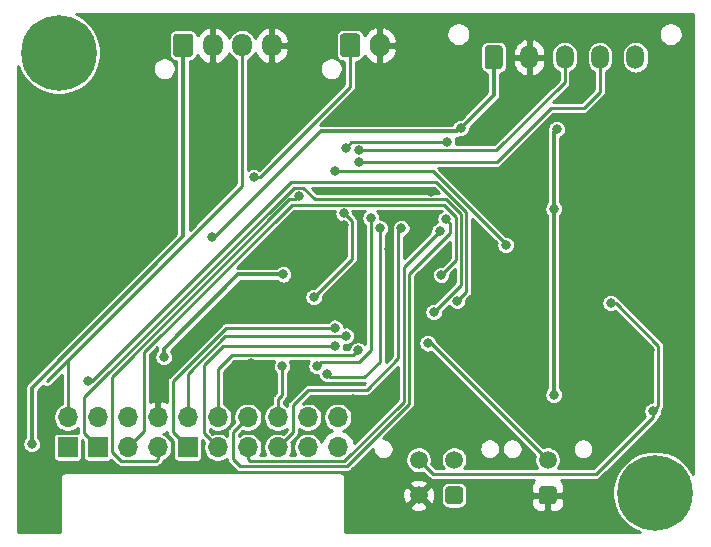
<source format=gbr>
%TF.GenerationSoftware,KiCad,Pcbnew,(5.1.6-0-10_14)*%
%TF.CreationDate,2021-05-10T19:53:14+02:00*%
%TF.ProjectId,CAN_Display,43414e5f-4469-4737-906c-61792e6b6963,rev?*%
%TF.SameCoordinates,Original*%
%TF.FileFunction,Copper,L2,Bot*%
%TF.FilePolarity,Positive*%
%FSLAX46Y46*%
G04 Gerber Fmt 4.6, Leading zero omitted, Abs format (unit mm)*
G04 Created by KiCad (PCBNEW (5.1.6-0-10_14)) date 2021-05-10 19:53:14*
%MOMM*%
%LPD*%
G01*
G04 APERTURE LIST*
%TA.AperFunction,ComponentPad*%
%ADD10O,1.700000X1.700000*%
%TD*%
%TA.AperFunction,ComponentPad*%
%ADD11R,1.700000X1.700000*%
%TD*%
%TA.AperFunction,ComponentPad*%
%ADD12O,1.700000X2.000000*%
%TD*%
%TA.AperFunction,ComponentPad*%
%ADD13O,1.700000X1.950000*%
%TD*%
%TA.AperFunction,ComponentPad*%
%ADD14O,1.500000X2.020000*%
%TD*%
%TA.AperFunction,ComponentPad*%
%ADD15C,1.500000*%
%TD*%
%TA.AperFunction,ComponentPad*%
%ADD16C,0.800000*%
%TD*%
%TA.AperFunction,ComponentPad*%
%ADD17C,6.400000*%
%TD*%
%TA.AperFunction,ViaPad*%
%ADD18C,0.800000*%
%TD*%
%TA.AperFunction,Conductor*%
%ADD19C,0.250000*%
%TD*%
%TA.AperFunction,Conductor*%
%ADD20C,0.350000*%
%TD*%
%TA.AperFunction,Conductor*%
%ADD21C,0.254000*%
%TD*%
G04 APERTURE END LIST*
D10*
%TO.P,J5,6*%
%TO.N,GND*%
X139192000Y-111760000D03*
%TO.P,J5,5*%
%TO.N,RESET*%
X139192000Y-114300000D03*
%TO.P,J5,4*%
%TO.N,MOSI*%
X136652000Y-111760000D03*
%TO.P,J5,3*%
%TO.N,SCK*%
X136652000Y-114300000D03*
%TO.P,J5,2*%
%TO.N,+5V*%
X134112000Y-111760000D03*
D11*
%TO.P,J5,1*%
%TO.N,MISO*%
X134112000Y-114300000D03*
%TD*%
D12*
%TO.P,J2,2*%
%TO.N,GND*%
X157988000Y-80264000D03*
%TO.P,J2,1*%
%TO.N,Net-(J2-Pad1)*%
%TA.AperFunction,ComponentPad*%
G36*
G01*
X154638000Y-81014000D02*
X154638000Y-79514000D01*
G75*
G02*
X154888000Y-79264000I250000J0D01*
G01*
X156088000Y-79264000D01*
G75*
G02*
X156338000Y-79514000I0J-250000D01*
G01*
X156338000Y-81014000D01*
G75*
G02*
X156088000Y-81264000I-250000J0D01*
G01*
X154888000Y-81264000D01*
G75*
G02*
X154638000Y-81014000I0J250000D01*
G01*
G37*
%TD.AperFunction*%
%TD*%
D13*
%TO.P,J4,4*%
%TO.N,GND*%
X148844000Y-80264000D03*
%TO.P,J4,3*%
%TO.N,INSTR.BEL*%
X146344000Y-80264000D03*
%TO.P,J4,2*%
%TO.N,GND*%
X143844000Y-80264000D03*
%TO.P,J4,1*%
%TO.N,+12V*%
%TA.AperFunction,ComponentPad*%
G36*
G01*
X140494000Y-80989000D02*
X140494000Y-79539000D01*
G75*
G02*
X140744000Y-79289000I250000J0D01*
G01*
X141944000Y-79289000D01*
G75*
G02*
X142194000Y-79539000I0J-250000D01*
G01*
X142194000Y-80989000D01*
G75*
G02*
X141944000Y-81239000I-250000J0D01*
G01*
X140744000Y-81239000D01*
G75*
G02*
X140494000Y-80989000I0J250000D01*
G01*
G37*
%TD.AperFunction*%
%TD*%
D10*
%TO.P,J3,2*%
%TO.N,INSTR.BEL*%
X131572000Y-111760000D03*
D11*
%TO.P,J3,1*%
%TO.N,+12V*%
X131572000Y-114300000D03*
%TD*%
D14*
%TO.P,J6,5*%
%TO.N,Net-(C12-Pad1)*%
X179640000Y-81280000D03*
%TO.P,J6,4*%
%TO.N,RXD*%
X176640000Y-81280000D03*
%TO.P,J6,3*%
%TO.N,TXD*%
X173640000Y-81280000D03*
%TO.P,J6,2*%
%TO.N,GND*%
X170640000Y-81280000D03*
%TO.P,J6,1*%
%TO.N,+5V*%
%TA.AperFunction,ComponentPad*%
G36*
G01*
X166890000Y-82040000D02*
X166890000Y-80520000D01*
G75*
G02*
X167140000Y-80270000I250000J0D01*
G01*
X168140000Y-80270000D01*
G75*
G02*
X168390000Y-80520000I0J-250000D01*
G01*
X168390000Y-82040000D01*
G75*
G02*
X168140000Y-82290000I-250000J0D01*
G01*
X167140000Y-82290000D01*
G75*
G02*
X166890000Y-82040000I0J250000D01*
G01*
G37*
%TD.AperFunction*%
%TD*%
D10*
%TO.P,J7,12*%
%TO.N,+5V*%
X154432000Y-111760000D03*
%TO.P,J7,11*%
%TO.N,GND*%
X154432000Y-114300000D03*
%TO.P,J7,10*%
%TO.N,SCL*%
X151892000Y-111760000D03*
%TO.P,J7,9*%
%TO.N,SDA*%
X151892000Y-114300000D03*
%TO.P,J7,8*%
%TO.N,D4*%
X149352000Y-111760000D03*
%TO.P,J7,7*%
%TO.N,A2*%
X149352000Y-114300000D03*
%TO.P,J7,6*%
%TO.N,A1*%
X146812000Y-111760000D03*
%TO.P,J7,5*%
%TO.N,A0*%
X146812000Y-114300000D03*
%TO.P,J7,4*%
%TO.N,D9*%
X144272000Y-111760000D03*
%TO.P,J7,3*%
%TO.N,D8*%
X144272000Y-114300000D03*
%TO.P,J7,2*%
%TO.N,D7*%
X141732000Y-111760000D03*
D11*
%TO.P,J7,1*%
%TO.N,D6*%
X141732000Y-114300000D03*
%TD*%
D15*
%TO.P,J8,2*%
%TO.N,D5*%
X172212000Y-115364000D03*
%TO.P,J8,1*%
%TO.N,GND*%
%TA.AperFunction,ComponentPad*%
G36*
G01*
X172962000Y-117864000D02*
X172962000Y-118864000D01*
G75*
G02*
X172712000Y-119114000I-250000J0D01*
G01*
X171712000Y-119114000D01*
G75*
G02*
X171462000Y-118864000I0J250000D01*
G01*
X171462000Y-117864000D01*
G75*
G02*
X171712000Y-117614000I250000J0D01*
G01*
X172712000Y-117614000D01*
G75*
G02*
X172962000Y-117864000I0J-250000D01*
G01*
G37*
%TD.AperFunction*%
%TD*%
D16*
%TO.P,H2,1*%
%TO.N,Net-(H2-Pad1)*%
X182972112Y-116459000D03*
X181275056Y-115756056D03*
X179578000Y-116459000D03*
X178875056Y-118156056D03*
X179578000Y-119853112D03*
X181275056Y-120556056D03*
X182972112Y-119853112D03*
X183675056Y-118156056D03*
D17*
X181275056Y-118156056D03*
%TD*%
D16*
%TO.P,H1,1*%
%TO.N,Net-(H1-Pad1)*%
X132507056Y-79201944D03*
X130810000Y-78499000D03*
X129112944Y-79201944D03*
X128410000Y-80899000D03*
X129112944Y-82596056D03*
X130810000Y-83299000D03*
X132507056Y-82596056D03*
X133210000Y-80899000D03*
D17*
X130810000Y-80899000D03*
%TD*%
D15*
%TO.P,J1,4*%
%TO.N,Net-(J1-Pad4)*%
X161290000Y-115364000D03*
%TO.P,J1,3*%
%TO.N,Net-(J1-Pad3)*%
X164290000Y-115364000D03*
%TO.P,J1,2*%
%TO.N,GND*%
X161290000Y-118364000D03*
%TO.P,J1,1*%
%TO.N,Net-(J1-Pad1)*%
%TA.AperFunction,ComponentPad*%
G36*
G01*
X165040000Y-117864000D02*
X165040000Y-118864000D01*
G75*
G02*
X164790000Y-119114000I-250000J0D01*
G01*
X163790000Y-119114000D01*
G75*
G02*
X163540000Y-118864000I0J250000D01*
G01*
X163540000Y-117864000D01*
G75*
G02*
X163790000Y-117614000I250000J0D01*
G01*
X164790000Y-117614000D01*
G75*
G02*
X165040000Y-117864000I0J-250000D01*
G01*
G37*
%TD.AperFunction*%
%TD*%
D18*
%TO.N,GND*%
X154940000Y-95504000D03*
X170180000Y-101600000D03*
X149225000Y-97155000D03*
X156464000Y-97028000D03*
X155956000Y-99568000D03*
X158242000Y-109220000D03*
X166624000Y-96520000D03*
X180848000Y-106045000D03*
X145923000Y-101600000D03*
X161036000Y-111252000D03*
X177927000Y-98425000D03*
X161798000Y-101219000D03*
X149987000Y-102108000D03*
X166497000Y-88138000D03*
X171196000Y-89027000D03*
X176657000Y-110490000D03*
X146558000Y-109347000D03*
X147066000Y-107188000D03*
X156464000Y-112522000D03*
X155702000Y-110236000D03*
X150876000Y-109220000D03*
X158750000Y-97536000D03*
X162306000Y-92710000D03*
%TO.N,D5*%
X162052000Y-105500000D03*
%TO.N,D6*%
X154178000Y-104177000D03*
%TO.N,D7*%
X155145348Y-104853348D03*
%TO.N,SCK*%
X163195000Y-99695000D03*
%TO.N,MOSI*%
X164533153Y-101922153D03*
X133315436Y-108677436D03*
%TO.N,MISO*%
X162560000Y-102870000D03*
%TO.N,+5V*%
X172974000Y-87376000D03*
X149823942Y-99658942D03*
X139700000Y-106680000D03*
X172720000Y-109855000D03*
X143759347Y-96515347D03*
X164846000Y-87249000D03*
X172720000Y-94107000D03*
%TO.N,RESET*%
X151130000Y-93037999D03*
X163703000Y-88444997D03*
X155101999Y-88934999D03*
%TO.N,D2*%
X154178000Y-90932000D03*
X168656000Y-97155000D03*
%TO.N,TXD*%
X156210000Y-89169997D03*
%TO.N,RXD*%
X156210000Y-90170000D03*
%TO.N,SCL*%
X157226000Y-94869000D03*
X152654000Y-107442000D03*
%TO.N,SDA*%
X157988000Y-95758000D03*
X153543000Y-108113295D03*
%TO.N,A2*%
X159821998Y-95758000D03*
%TO.N,A1*%
X163576000Y-94996000D03*
%TO.N,A0*%
X163063347Y-96007347D03*
%TO.N,D9*%
X156141847Y-106103847D03*
%TO.N,D8*%
X154213000Y-105699000D03*
%TO.N,D4*%
X152400000Y-101600000D03*
X154940000Y-94503997D03*
X149733000Y-107442000D03*
%TO.N,+12V*%
X128524000Y-114046000D03*
%TO.N,Net-(J1-Pad4)*%
X181102000Y-111252000D03*
X177546000Y-102108000D03*
%TO.N,Net-(J2-Pad1)*%
X147320000Y-91440000D03*
%TD*%
D19*
%TO.N,D5*%
X162348000Y-105500000D02*
X162052000Y-105500000D01*
X172212000Y-115364000D02*
X162348000Y-105500000D01*
%TO.N,D6*%
X141732000Y-114300000D02*
X140462000Y-113030000D01*
X144994180Y-104177000D02*
X154178000Y-104177000D01*
X140462000Y-108709180D02*
X144994180Y-104177000D01*
X140462000Y-113030000D02*
X140462000Y-108709180D01*
%TO.N,D7*%
X141732000Y-108075590D02*
X144905590Y-104902000D01*
X141732000Y-111760000D02*
X141732000Y-108075590D01*
X155096696Y-104902000D02*
X155145348Y-104853348D01*
X144905590Y-104902000D02*
X155096696Y-104902000D01*
%TO.N,SCK*%
X164426008Y-94773006D02*
X164426008Y-98463992D01*
X150527999Y-93762999D02*
X163416001Y-93762999D01*
X138016999Y-106273999D02*
X150527999Y-93762999D01*
X163416001Y-93762999D02*
X164426008Y-94773006D01*
X164426008Y-98463992D02*
X163195000Y-99695000D01*
X138016999Y-112935001D02*
X138016999Y-106273999D01*
X136652000Y-114300000D02*
X138016999Y-112935001D01*
%TO.N,MOSI*%
X165326028Y-94400206D02*
X165326028Y-101129278D01*
X162788811Y-91862989D02*
X165326028Y-94400206D01*
X150518780Y-91862988D02*
X151664402Y-91862989D01*
X133669768Y-108712000D02*
X150518780Y-91862988D01*
X133315436Y-108677436D02*
X133350000Y-108712000D01*
X151664402Y-91862989D02*
X162788811Y-91862989D01*
X165326028Y-101129278D02*
X164533153Y-101922153D01*
X133350000Y-108712000D02*
X133669768Y-108712000D01*
%TO.N,MISO*%
X164876018Y-94586606D02*
X164876018Y-100553982D01*
X163602402Y-93312990D02*
X164876018Y-94586606D01*
X152477992Y-93312989D02*
X163602402Y-93312990D01*
X151478001Y-92312998D02*
X152477992Y-93312989D01*
X164876018Y-100553982D02*
X162560000Y-102870000D01*
X150705180Y-92312998D02*
X151478001Y-92312998D01*
X132936999Y-110081179D02*
X132939089Y-110079089D01*
X134112000Y-114300000D02*
X132936999Y-113124999D01*
X132939089Y-110079089D02*
X150705180Y-92312998D01*
X132936999Y-113124999D02*
X132936999Y-110081179D01*
D20*
%TO.N,+5V*%
X146013938Y-99658942D02*
X139700000Y-105972880D01*
X149823942Y-99658942D02*
X146013938Y-99658942D01*
X139700000Y-105972880D02*
X139700000Y-106680000D01*
X172720000Y-87630000D02*
X172974000Y-87376000D01*
X144077533Y-96515347D02*
X143759347Y-96515347D01*
X153035000Y-87557880D02*
X144077533Y-96515347D01*
X153035000Y-87557880D02*
X164537120Y-87557880D01*
X164537120Y-87557880D02*
X164846000Y-87249000D01*
X172720000Y-94107000D02*
X172720000Y-87630000D01*
X172720000Y-109855000D02*
X172720000Y-94107000D01*
X164846000Y-87249000D02*
X167640000Y-84455000D01*
X167640000Y-84455000D02*
X167640000Y-81280000D01*
D19*
%TO.N,RESET*%
X155592001Y-88444997D02*
X155101999Y-88934999D01*
X163703000Y-88444997D02*
X155592001Y-88444997D01*
X150855010Y-93312989D02*
X151130000Y-93037999D01*
X135287001Y-108367587D02*
X150341599Y-93312989D01*
X150341599Y-93312989D02*
X150855010Y-93312989D01*
X135287001Y-108367587D02*
X135287001Y-114674003D01*
X136087999Y-115475001D02*
X139032999Y-115475001D01*
X135287001Y-114674003D02*
X136087999Y-115475001D01*
X139192000Y-115316000D02*
X139192000Y-114300000D01*
X139032999Y-115475001D02*
X139192000Y-115316000D01*
%TO.N,D2*%
X162052000Y-90932000D02*
X154178000Y-90932000D01*
X162494232Y-90932000D02*
X162052000Y-90932000D01*
X168656000Y-97093768D02*
X162494232Y-90932000D01*
X168656000Y-97155000D02*
X168656000Y-97093768D01*
%TO.N,TXD*%
X173640000Y-83408000D02*
X173640000Y-81280000D01*
X167878003Y-89169997D02*
X173640000Y-83408000D01*
X156210000Y-89169997D02*
X167878003Y-89169997D01*
%TO.N,RXD*%
X156210000Y-90170000D02*
X167894000Y-90170000D01*
X167894000Y-90170000D02*
X172466000Y-85598000D01*
X172466000Y-85598000D02*
X175260000Y-85598000D01*
X176640000Y-84218000D02*
X176640000Y-81280000D01*
X175260000Y-85598000D02*
X176640000Y-84218000D01*
%TO.N,SCL*%
X152654000Y-107442000D02*
X153035000Y-107061000D01*
X156210000Y-107061000D02*
X157226000Y-106045000D01*
X153035000Y-107061000D02*
X156210000Y-107061000D01*
X157226000Y-94869000D02*
X157226000Y-106045000D01*
%TO.N,SDA*%
X157988000Y-95758000D02*
X157988000Y-107058180D01*
X157988000Y-107058180D02*
X156657895Y-108388285D01*
X153817990Y-108388285D02*
X153543000Y-108113295D01*
X156657895Y-108388285D02*
X153817990Y-108388285D01*
%TO.N,A2*%
X159569990Y-106749010D02*
X156881999Y-109437001D01*
X159569990Y-96010008D02*
X159569990Y-106749010D01*
X159821998Y-95758000D02*
X159569990Y-96010008D01*
X156881999Y-109437001D02*
X151928999Y-109437001D01*
X151928999Y-109437001D02*
X150622000Y-110744000D01*
X150622000Y-113030000D02*
X149352000Y-114300000D01*
X150622000Y-110744000D02*
X150622000Y-113030000D01*
%TO.N,A1*%
X145542000Y-113030000D02*
X146812000Y-111760000D01*
X155182401Y-115925011D02*
X146151011Y-115925011D01*
X160470009Y-110637403D02*
X155182401Y-115925011D01*
X160470010Y-99625990D02*
X160470009Y-110637403D01*
X146151011Y-115925011D02*
X145542000Y-115316000D01*
X163975999Y-95395999D02*
X163975999Y-96120001D01*
X163975999Y-96120001D02*
X160470010Y-99625990D01*
X145542000Y-115316000D02*
X145542000Y-113030000D01*
X163576000Y-94996000D02*
X163975999Y-95395999D01*
%TO.N,A0*%
X163063347Y-96007347D02*
X160020000Y-99050694D01*
X160020000Y-110451002D02*
X154996001Y-115475001D01*
X160020000Y-99050694D02*
X160020000Y-110451002D01*
X154996001Y-115475001D02*
X146971001Y-115475001D01*
X146812000Y-115316000D02*
X146812000Y-114300000D01*
X146971001Y-115475001D02*
X146812000Y-115316000D01*
%TO.N,D9*%
X144272000Y-111309002D02*
X144272000Y-111760000D01*
X155741848Y-106503846D02*
X145464154Y-106503846D01*
X156141847Y-106103847D02*
X155741848Y-106503846D01*
X145464154Y-106503846D02*
X145288000Y-106680000D01*
X144272000Y-111760000D02*
X144272000Y-107696000D01*
X145288000Y-106680000D02*
X144272000Y-107696000D01*
%TO.N,D8*%
X143096999Y-113124999D02*
X144272000Y-114300000D01*
X143096999Y-107347001D02*
X143096999Y-113124999D01*
X144745000Y-105699000D02*
X143096999Y-107347001D01*
X154213000Y-105699000D02*
X144745000Y-105699000D01*
%TO.N,D4*%
X155665001Y-95155999D02*
X155124002Y-94615000D01*
X155665001Y-98334999D02*
X155665001Y-95155999D01*
X152400000Y-101600000D02*
X155665001Y-98334999D01*
X155051003Y-94615000D02*
X154940000Y-94503997D01*
X155124002Y-94615000D02*
X155051003Y-94615000D01*
X149733000Y-107442000D02*
X149733000Y-109855000D01*
X149352000Y-110236000D02*
X149352000Y-111760000D01*
X149733000Y-109855000D02*
X149352000Y-110236000D01*
D20*
%TO.N,+12V*%
X141344000Y-96454880D02*
X128524000Y-109274880D01*
X141344000Y-80264000D02*
X141344000Y-96454880D01*
X128524000Y-109274880D02*
X128524000Y-114046000D01*
D19*
%TO.N,INSTR.BEL*%
X146344000Y-80264000D02*
X146344000Y-92162000D01*
X131572000Y-111760000D02*
X131572000Y-106934000D01*
X131572000Y-106934000D02*
X131699000Y-106807000D01*
X131699000Y-106807000D02*
X129794000Y-108712000D01*
X146344000Y-92162000D02*
X131699000Y-106807000D01*
%TO.N,Net-(J1-Pad4)*%
X161290000Y-115364000D02*
X162512000Y-116586000D01*
X162512000Y-116586000D02*
X176276000Y-116586000D01*
X176276000Y-116586000D02*
X181102000Y-111760000D01*
X181102000Y-111760000D02*
X181102000Y-111252000D01*
X181573001Y-110780999D02*
X181573001Y-105696999D01*
X181573001Y-105696999D02*
X177984002Y-102108000D01*
X181102000Y-111252000D02*
X181573001Y-110780999D01*
X177984002Y-102108000D02*
X177546000Y-102108000D01*
%TO.N,Net-(J2-Pad1)*%
X155488000Y-80264000D02*
X155488000Y-83780000D01*
X155488000Y-83780000D02*
X147828000Y-91440000D01*
X147828000Y-91440000D02*
X147320000Y-91440000D01*
%TD*%
D21*
%TO.N,GND*%
G36*
X184506000Y-116598641D02*
G01*
X184448497Y-116459816D01*
X184056600Y-115873302D01*
X183557810Y-115374512D01*
X182971296Y-114982615D01*
X182319595Y-114712672D01*
X181627754Y-114575056D01*
X180922358Y-114575056D01*
X180230517Y-114712672D01*
X179578816Y-114982615D01*
X178992302Y-115374512D01*
X178493512Y-115873302D01*
X178101615Y-116459816D01*
X177831672Y-117111517D01*
X177694056Y-117803358D01*
X177694056Y-118508754D01*
X177831672Y-119200595D01*
X178101615Y-119852296D01*
X178493512Y-120438810D01*
X178992302Y-120937600D01*
X179578816Y-121329497D01*
X180024246Y-121514000D01*
X155092000Y-121514000D01*
X155092000Y-119320993D01*
X160512612Y-119320993D01*
X160578137Y-119559860D01*
X160825116Y-119675760D01*
X161089960Y-119741250D01*
X161362492Y-119753812D01*
X161632238Y-119712965D01*
X161888832Y-119620277D01*
X162001863Y-119559860D01*
X162067388Y-119320993D01*
X161290000Y-118543605D01*
X160512612Y-119320993D01*
X155092000Y-119320993D01*
X155092000Y-118436492D01*
X159900188Y-118436492D01*
X159941035Y-118706238D01*
X160033723Y-118962832D01*
X160094140Y-119075863D01*
X160333007Y-119141388D01*
X161110395Y-118364000D01*
X161469605Y-118364000D01*
X162246993Y-119141388D01*
X162485860Y-119075863D01*
X162601760Y-118828884D01*
X162667250Y-118564040D01*
X162679812Y-118291508D01*
X162638965Y-118021762D01*
X162581978Y-117864000D01*
X163157157Y-117864000D01*
X163157157Y-118864000D01*
X163169317Y-118987462D01*
X163205329Y-119106179D01*
X163263810Y-119215589D01*
X163342512Y-119311488D01*
X163438411Y-119390190D01*
X163547821Y-119448671D01*
X163666538Y-119484683D01*
X163790000Y-119496843D01*
X164790000Y-119496843D01*
X164913462Y-119484683D01*
X165032179Y-119448671D01*
X165141589Y-119390190D01*
X165237488Y-119311488D01*
X165316190Y-119215589D01*
X165370490Y-119114000D01*
X170823928Y-119114000D01*
X170836188Y-119238482D01*
X170872498Y-119358180D01*
X170931463Y-119468494D01*
X171010815Y-119565185D01*
X171107506Y-119644537D01*
X171217820Y-119703502D01*
X171337518Y-119739812D01*
X171462000Y-119752072D01*
X171926250Y-119749000D01*
X172085000Y-119590250D01*
X172085000Y-118491000D01*
X172339000Y-118491000D01*
X172339000Y-119590250D01*
X172497750Y-119749000D01*
X172962000Y-119752072D01*
X173086482Y-119739812D01*
X173206180Y-119703502D01*
X173316494Y-119644537D01*
X173413185Y-119565185D01*
X173492537Y-119468494D01*
X173551502Y-119358180D01*
X173587812Y-119238482D01*
X173600072Y-119114000D01*
X173597000Y-118649750D01*
X173438250Y-118491000D01*
X172339000Y-118491000D01*
X172085000Y-118491000D01*
X170985750Y-118491000D01*
X170827000Y-118649750D01*
X170823928Y-119114000D01*
X165370490Y-119114000D01*
X165374671Y-119106179D01*
X165410683Y-118987462D01*
X165422843Y-118864000D01*
X165422843Y-117864000D01*
X165410683Y-117740538D01*
X165374671Y-117621821D01*
X165316190Y-117512411D01*
X165237488Y-117416512D01*
X165141589Y-117337810D01*
X165032179Y-117279329D01*
X164913462Y-117243317D01*
X164790000Y-117231157D01*
X163790000Y-117231157D01*
X163666538Y-117243317D01*
X163547821Y-117279329D01*
X163438411Y-117337810D01*
X163342512Y-117416512D01*
X163263810Y-117512411D01*
X163205329Y-117621821D01*
X163169317Y-117740538D01*
X163157157Y-117864000D01*
X162581978Y-117864000D01*
X162546277Y-117765168D01*
X162485860Y-117652137D01*
X162246993Y-117586612D01*
X161469605Y-118364000D01*
X161110395Y-118364000D01*
X160333007Y-117586612D01*
X160094140Y-117652137D01*
X159978240Y-117899116D01*
X159912750Y-118163960D01*
X159900188Y-118436492D01*
X155092000Y-118436492D01*
X155092000Y-117407007D01*
X160512612Y-117407007D01*
X161290000Y-118184395D01*
X162067388Y-117407007D01*
X162001863Y-117168140D01*
X161754884Y-117052240D01*
X161490040Y-116986750D01*
X161217508Y-116974188D01*
X160947762Y-117015035D01*
X160691168Y-117107723D01*
X160578137Y-117168140D01*
X160512612Y-117407007D01*
X155092000Y-117407007D01*
X155092000Y-116859941D01*
X155093964Y-116840000D01*
X155086125Y-116760410D01*
X155062910Y-116683879D01*
X155025210Y-116613347D01*
X154974474Y-116551526D01*
X154912653Y-116500790D01*
X154842121Y-116463090D01*
X154765590Y-116439875D01*
X154705941Y-116434000D01*
X154705940Y-116434000D01*
X154686000Y-116432036D01*
X154666059Y-116434000D01*
X131337941Y-116434000D01*
X131318000Y-116432036D01*
X131298060Y-116434000D01*
X131298059Y-116434000D01*
X131238410Y-116439875D01*
X131161879Y-116463090D01*
X131091347Y-116500790D01*
X131029526Y-116551526D01*
X130978790Y-116613347D01*
X130941090Y-116683879D01*
X130917875Y-116760410D01*
X130910036Y-116840000D01*
X130912001Y-116859951D01*
X130912000Y-121514000D01*
X127406000Y-121514000D01*
X127406000Y-113969078D01*
X127743000Y-113969078D01*
X127743000Y-114122922D01*
X127773013Y-114273809D01*
X127831887Y-114415942D01*
X127917358Y-114543859D01*
X128026141Y-114652642D01*
X128154058Y-114738113D01*
X128296191Y-114796987D01*
X128447078Y-114827000D01*
X128600922Y-114827000D01*
X128751809Y-114796987D01*
X128893942Y-114738113D01*
X129021859Y-114652642D01*
X129130642Y-114543859D01*
X129216113Y-114415942D01*
X129274987Y-114273809D01*
X129305000Y-114122922D01*
X129305000Y-113969078D01*
X129274987Y-113818191D01*
X129216113Y-113676058D01*
X129130642Y-113548141D01*
X129080000Y-113497499D01*
X129080000Y-109505181D01*
X129477963Y-109107218D01*
X129511522Y-109134758D01*
X129599426Y-109181745D01*
X129694808Y-109210678D01*
X129794000Y-109220447D01*
X129893192Y-109210678D01*
X129988574Y-109181745D01*
X130076478Y-109134758D01*
X130134221Y-109087370D01*
X131066001Y-108155591D01*
X131066000Y-110637167D01*
X130988903Y-110669102D01*
X130787283Y-110803820D01*
X130615820Y-110975283D01*
X130481102Y-111176903D01*
X130388307Y-111400931D01*
X130341000Y-111638757D01*
X130341000Y-111881243D01*
X130388307Y-112119069D01*
X130481102Y-112343097D01*
X130615820Y-112544717D01*
X130787283Y-112716180D01*
X130988903Y-112850898D01*
X131212931Y-112943693D01*
X131450757Y-112991000D01*
X131693243Y-112991000D01*
X131931069Y-112943693D01*
X132155097Y-112850898D01*
X132356717Y-112716180D01*
X132430999Y-112641898D01*
X132430999Y-113068043D01*
X132422000Y-113067157D01*
X130722000Y-113067157D01*
X130647311Y-113074513D01*
X130575492Y-113096299D01*
X130509304Y-113131678D01*
X130451289Y-113179289D01*
X130403678Y-113237304D01*
X130368299Y-113303492D01*
X130346513Y-113375311D01*
X130339157Y-113450000D01*
X130339157Y-115150000D01*
X130346513Y-115224689D01*
X130368299Y-115296508D01*
X130403678Y-115362696D01*
X130451289Y-115420711D01*
X130509304Y-115468322D01*
X130575492Y-115503701D01*
X130647311Y-115525487D01*
X130722000Y-115532843D01*
X132422000Y-115532843D01*
X132496689Y-115525487D01*
X132568508Y-115503701D01*
X132634696Y-115468322D01*
X132692711Y-115420711D01*
X132740322Y-115362696D01*
X132775701Y-115296508D01*
X132797487Y-115224689D01*
X132804843Y-115150000D01*
X132804843Y-113708434D01*
X132879157Y-113782748D01*
X132879157Y-115150000D01*
X132886513Y-115224689D01*
X132908299Y-115296508D01*
X132943678Y-115362696D01*
X132991289Y-115420711D01*
X133049304Y-115468322D01*
X133115492Y-115503701D01*
X133187311Y-115525487D01*
X133262000Y-115532843D01*
X134962000Y-115532843D01*
X135036689Y-115525487D01*
X135108508Y-115503701D01*
X135174696Y-115468322D01*
X135232711Y-115420711D01*
X135271208Y-115373802D01*
X135712627Y-115815221D01*
X135728472Y-115834528D01*
X135805520Y-115897760D01*
X135856503Y-115925011D01*
X135893424Y-115944746D01*
X135988805Y-115973679D01*
X135998693Y-115974653D01*
X136063145Y-115981001D01*
X136063152Y-115981001D01*
X136087998Y-115983448D01*
X136112844Y-115981001D01*
X139008153Y-115981001D01*
X139032999Y-115983448D01*
X139057845Y-115981001D01*
X139057853Y-115981001D01*
X139132192Y-115973679D01*
X139227574Y-115944746D01*
X139315478Y-115897760D01*
X139392526Y-115834528D01*
X139408375Y-115815216D01*
X139532215Y-115691376D01*
X139551527Y-115675527D01*
X139614759Y-115598479D01*
X139661745Y-115510575D01*
X139686975Y-115427399D01*
X139775097Y-115390898D01*
X139976717Y-115256180D01*
X140148180Y-115084717D01*
X140282898Y-114883097D01*
X140375693Y-114659069D01*
X140423000Y-114421243D01*
X140423000Y-114178757D01*
X140375693Y-113940931D01*
X140282898Y-113716903D01*
X140148180Y-113515283D01*
X139976717Y-113343820D01*
X139775097Y-113209102D01*
X139668846Y-113165091D01*
X139696099Y-113156825D01*
X139953948Y-113034009D01*
X139956000Y-113054846D01*
X139956000Y-113054853D01*
X139963322Y-113129192D01*
X139992255Y-113224574D01*
X140039241Y-113312479D01*
X140102473Y-113389527D01*
X140121785Y-113405376D01*
X140499157Y-113782748D01*
X140499157Y-115150000D01*
X140506513Y-115224689D01*
X140528299Y-115296508D01*
X140563678Y-115362696D01*
X140611289Y-115420711D01*
X140669304Y-115468322D01*
X140735492Y-115503701D01*
X140807311Y-115525487D01*
X140882000Y-115532843D01*
X142582000Y-115532843D01*
X142656689Y-115525487D01*
X142728508Y-115503701D01*
X142794696Y-115468322D01*
X142852711Y-115420711D01*
X142900322Y-115362696D01*
X142935701Y-115296508D01*
X142957487Y-115224689D01*
X142964843Y-115150000D01*
X142964843Y-113708434D01*
X143120242Y-113863833D01*
X143088307Y-113940931D01*
X143041000Y-114178757D01*
X143041000Y-114421243D01*
X143088307Y-114659069D01*
X143181102Y-114883097D01*
X143315820Y-115084717D01*
X143487283Y-115256180D01*
X143688903Y-115390898D01*
X143912931Y-115483693D01*
X144150757Y-115531000D01*
X144393243Y-115531000D01*
X144631069Y-115483693D01*
X144855097Y-115390898D01*
X145036000Y-115270023D01*
X145036000Y-115291154D01*
X145033553Y-115316000D01*
X145036000Y-115340846D01*
X145036000Y-115340853D01*
X145043322Y-115415192D01*
X145072255Y-115510574D01*
X145119241Y-115598479D01*
X145182473Y-115675527D01*
X145201785Y-115691376D01*
X145775639Y-116265231D01*
X145791484Y-116284538D01*
X145868532Y-116347770D01*
X145950204Y-116391425D01*
X145956436Y-116394756D01*
X146051818Y-116423689D01*
X146151011Y-116433459D01*
X146175865Y-116431011D01*
X155157555Y-116431011D01*
X155182401Y-116433458D01*
X155207247Y-116431011D01*
X155207255Y-116431011D01*
X155281594Y-116423689D01*
X155376976Y-116394756D01*
X155464880Y-116347770D01*
X155541928Y-116284538D01*
X155557777Y-116265226D01*
X157409000Y-114414003D01*
X157409000Y-114510771D01*
X157442856Y-114680978D01*
X157509268Y-114841310D01*
X157605682Y-114985605D01*
X157728395Y-115108318D01*
X157872690Y-115204732D01*
X158033022Y-115271144D01*
X158203229Y-115305000D01*
X158376771Y-115305000D01*
X158546978Y-115271144D01*
X158591732Y-115252606D01*
X160159000Y-115252606D01*
X160159000Y-115475394D01*
X160202464Y-115693900D01*
X160287721Y-115899729D01*
X160411495Y-116084970D01*
X160569030Y-116242505D01*
X160754271Y-116366279D01*
X160960100Y-116451536D01*
X161178606Y-116495000D01*
X161401394Y-116495000D01*
X161619900Y-116451536D01*
X161649630Y-116439221D01*
X162136628Y-116926220D01*
X162152473Y-116945527D01*
X162229521Y-117008759D01*
X162317425Y-117055745D01*
X162412807Y-117084678D01*
X162487146Y-117092000D01*
X162487154Y-117092000D01*
X162512000Y-117094447D01*
X162536846Y-117092000D01*
X171097104Y-117092000D01*
X171010815Y-117162815D01*
X170931463Y-117259506D01*
X170872498Y-117369820D01*
X170836188Y-117489518D01*
X170823928Y-117614000D01*
X170827000Y-118078250D01*
X170985750Y-118237000D01*
X172085000Y-118237000D01*
X172085000Y-118217000D01*
X172339000Y-118217000D01*
X172339000Y-118237000D01*
X173438250Y-118237000D01*
X173597000Y-118078250D01*
X173600072Y-117614000D01*
X173587812Y-117489518D01*
X173551502Y-117369820D01*
X173492537Y-117259506D01*
X173413185Y-117162815D01*
X173326896Y-117092000D01*
X176251154Y-117092000D01*
X176276000Y-117094447D01*
X176300846Y-117092000D01*
X176300854Y-117092000D01*
X176375193Y-117084678D01*
X176470575Y-117055745D01*
X176558479Y-117008759D01*
X176635527Y-116945527D01*
X176651376Y-116926215D01*
X181442220Y-112135372D01*
X181461527Y-112119527D01*
X181524759Y-112042479D01*
X181571745Y-111954575D01*
X181600678Y-111859193D01*
X181600828Y-111857673D01*
X181708642Y-111749859D01*
X181794113Y-111621942D01*
X181852987Y-111479809D01*
X181883000Y-111328922D01*
X181883000Y-111186592D01*
X181913221Y-111156371D01*
X181932528Y-111140526D01*
X181995760Y-111063478D01*
X182042746Y-110975574D01*
X182071679Y-110880192D01*
X182079001Y-110805853D01*
X182079001Y-110805846D01*
X182081448Y-110781000D01*
X182079001Y-110756154D01*
X182079001Y-105721844D01*
X182081448Y-105696998D01*
X182079001Y-105672152D01*
X182079001Y-105672145D01*
X182071679Y-105597806D01*
X182042746Y-105502424D01*
X181995760Y-105414520D01*
X181932528Y-105337472D01*
X181913221Y-105321627D01*
X178359378Y-101767785D01*
X178343529Y-101748473D01*
X178266481Y-101685241D01*
X178178577Y-101638255D01*
X178169610Y-101635535D01*
X178152642Y-101610141D01*
X178043859Y-101501358D01*
X177915942Y-101415887D01*
X177773809Y-101357013D01*
X177622922Y-101327000D01*
X177469078Y-101327000D01*
X177318191Y-101357013D01*
X177176058Y-101415887D01*
X177048141Y-101501358D01*
X176939358Y-101610141D01*
X176853887Y-101738058D01*
X176795013Y-101880191D01*
X176765000Y-102031078D01*
X176765000Y-102184922D01*
X176795013Y-102335809D01*
X176853887Y-102477942D01*
X176939358Y-102605859D01*
X177048141Y-102714642D01*
X177176058Y-102800113D01*
X177318191Y-102858987D01*
X177469078Y-102889000D01*
X177622922Y-102889000D01*
X177773809Y-102858987D01*
X177915942Y-102800113D01*
X177942667Y-102782256D01*
X181067002Y-105906592D01*
X181067001Y-110471000D01*
X181025078Y-110471000D01*
X180874191Y-110501013D01*
X180732058Y-110559887D01*
X180604141Y-110645358D01*
X180495358Y-110754141D01*
X180409887Y-110882058D01*
X180351013Y-111024191D01*
X180321000Y-111175078D01*
X180321000Y-111328922D01*
X180351013Y-111479809D01*
X180409887Y-111621942D01*
X180455781Y-111690627D01*
X176066409Y-116080000D01*
X173093826Y-116080000D01*
X173214279Y-115899729D01*
X173299536Y-115693900D01*
X173343000Y-115475394D01*
X173343000Y-115252606D01*
X173299536Y-115034100D01*
X173214279Y-114828271D01*
X173090505Y-114643030D01*
X172932970Y-114485495D01*
X172747729Y-114361721D01*
X172688600Y-114337229D01*
X174331000Y-114337229D01*
X174331000Y-114510771D01*
X174364856Y-114680978D01*
X174431268Y-114841310D01*
X174527682Y-114985605D01*
X174650395Y-115108318D01*
X174794690Y-115204732D01*
X174955022Y-115271144D01*
X175125229Y-115305000D01*
X175298771Y-115305000D01*
X175468978Y-115271144D01*
X175629310Y-115204732D01*
X175773605Y-115108318D01*
X175896318Y-114985605D01*
X175992732Y-114841310D01*
X176059144Y-114680978D01*
X176093000Y-114510771D01*
X176093000Y-114337229D01*
X176059144Y-114167022D01*
X175992732Y-114006690D01*
X175896318Y-113862395D01*
X175773605Y-113739682D01*
X175629310Y-113643268D01*
X175468978Y-113576856D01*
X175298771Y-113543000D01*
X175125229Y-113543000D01*
X174955022Y-113576856D01*
X174794690Y-113643268D01*
X174650395Y-113739682D01*
X174527682Y-113862395D01*
X174431268Y-114006690D01*
X174364856Y-114167022D01*
X174331000Y-114337229D01*
X172688600Y-114337229D01*
X172541900Y-114276464D01*
X172323394Y-114233000D01*
X172100606Y-114233000D01*
X171882100Y-114276464D01*
X171852370Y-114288778D01*
X162779797Y-105216206D01*
X162744113Y-105130058D01*
X162658642Y-105002141D01*
X162549859Y-104893358D01*
X162421942Y-104807887D01*
X162279809Y-104749013D01*
X162128922Y-104719000D01*
X161975078Y-104719000D01*
X161824191Y-104749013D01*
X161682058Y-104807887D01*
X161554141Y-104893358D01*
X161445358Y-105002141D01*
X161359887Y-105130058D01*
X161301013Y-105272191D01*
X161271000Y-105423078D01*
X161271000Y-105576922D01*
X161301013Y-105727809D01*
X161359887Y-105869942D01*
X161445358Y-105997859D01*
X161554141Y-106106642D01*
X161682058Y-106192113D01*
X161824191Y-106250987D01*
X161975078Y-106281000D01*
X162128922Y-106281000D01*
X162279809Y-106250987D01*
X162353056Y-106220647D01*
X171136778Y-115004370D01*
X171124464Y-115034100D01*
X171081000Y-115252606D01*
X171081000Y-115475394D01*
X171124464Y-115693900D01*
X171209721Y-115899729D01*
X171330174Y-116080000D01*
X165171826Y-116080000D01*
X165292279Y-115899729D01*
X165377536Y-115693900D01*
X165421000Y-115475394D01*
X165421000Y-115252606D01*
X165377536Y-115034100D01*
X165292279Y-114828271D01*
X165168505Y-114643030D01*
X165010970Y-114485495D01*
X164825729Y-114361721D01*
X164766600Y-114337229D01*
X166409000Y-114337229D01*
X166409000Y-114510771D01*
X166442856Y-114680978D01*
X166509268Y-114841310D01*
X166605682Y-114985605D01*
X166728395Y-115108318D01*
X166872690Y-115204732D01*
X167033022Y-115271144D01*
X167203229Y-115305000D01*
X167376771Y-115305000D01*
X167546978Y-115271144D01*
X167707310Y-115204732D01*
X167851605Y-115108318D01*
X167974318Y-114985605D01*
X168070732Y-114841310D01*
X168137144Y-114680978D01*
X168171000Y-114510771D01*
X168171000Y-114337229D01*
X168331000Y-114337229D01*
X168331000Y-114510771D01*
X168364856Y-114680978D01*
X168431268Y-114841310D01*
X168527682Y-114985605D01*
X168650395Y-115108318D01*
X168794690Y-115204732D01*
X168955022Y-115271144D01*
X169125229Y-115305000D01*
X169298771Y-115305000D01*
X169468978Y-115271144D01*
X169629310Y-115204732D01*
X169773605Y-115108318D01*
X169896318Y-114985605D01*
X169992732Y-114841310D01*
X170059144Y-114680978D01*
X170093000Y-114510771D01*
X170093000Y-114337229D01*
X170059144Y-114167022D01*
X169992732Y-114006690D01*
X169896318Y-113862395D01*
X169773605Y-113739682D01*
X169629310Y-113643268D01*
X169468978Y-113576856D01*
X169298771Y-113543000D01*
X169125229Y-113543000D01*
X168955022Y-113576856D01*
X168794690Y-113643268D01*
X168650395Y-113739682D01*
X168527682Y-113862395D01*
X168431268Y-114006690D01*
X168364856Y-114167022D01*
X168331000Y-114337229D01*
X168171000Y-114337229D01*
X168137144Y-114167022D01*
X168070732Y-114006690D01*
X167974318Y-113862395D01*
X167851605Y-113739682D01*
X167707310Y-113643268D01*
X167546978Y-113576856D01*
X167376771Y-113543000D01*
X167203229Y-113543000D01*
X167033022Y-113576856D01*
X166872690Y-113643268D01*
X166728395Y-113739682D01*
X166605682Y-113862395D01*
X166509268Y-114006690D01*
X166442856Y-114167022D01*
X166409000Y-114337229D01*
X164766600Y-114337229D01*
X164619900Y-114276464D01*
X164401394Y-114233000D01*
X164178606Y-114233000D01*
X163960100Y-114276464D01*
X163754271Y-114361721D01*
X163569030Y-114485495D01*
X163411495Y-114643030D01*
X163287721Y-114828271D01*
X163202464Y-115034100D01*
X163159000Y-115252606D01*
X163159000Y-115475394D01*
X163202464Y-115693900D01*
X163287721Y-115899729D01*
X163408174Y-116080000D01*
X162721592Y-116080000D01*
X162365221Y-115723630D01*
X162377536Y-115693900D01*
X162421000Y-115475394D01*
X162421000Y-115252606D01*
X162377536Y-115034100D01*
X162292279Y-114828271D01*
X162168505Y-114643030D01*
X162010970Y-114485495D01*
X161825729Y-114361721D01*
X161619900Y-114276464D01*
X161401394Y-114233000D01*
X161178606Y-114233000D01*
X160960100Y-114276464D01*
X160754271Y-114361721D01*
X160569030Y-114485495D01*
X160411495Y-114643030D01*
X160287721Y-114828271D01*
X160202464Y-115034100D01*
X160159000Y-115252606D01*
X158591732Y-115252606D01*
X158707310Y-115204732D01*
X158851605Y-115108318D01*
X158974318Y-114985605D01*
X159070732Y-114841310D01*
X159137144Y-114680978D01*
X159171000Y-114510771D01*
X159171000Y-114337229D01*
X159137144Y-114167022D01*
X159070732Y-114006690D01*
X158974318Y-113862395D01*
X158851605Y-113739682D01*
X158707310Y-113643268D01*
X158546978Y-113576856D01*
X158376771Y-113543000D01*
X158280004Y-113543000D01*
X160810234Y-111012770D01*
X160829535Y-110996930D01*
X160845375Y-110977629D01*
X160845379Y-110977625D01*
X160892767Y-110919882D01*
X160939754Y-110831978D01*
X160968687Y-110736596D01*
X160978456Y-110637403D01*
X160976008Y-110612547D01*
X160976010Y-99835581D01*
X163920009Y-96891583D01*
X163920009Y-98254399D01*
X163260409Y-98914000D01*
X163118078Y-98914000D01*
X162967191Y-98944013D01*
X162825058Y-99002887D01*
X162697141Y-99088358D01*
X162588358Y-99197141D01*
X162502887Y-99325058D01*
X162444013Y-99467191D01*
X162414000Y-99618078D01*
X162414000Y-99771922D01*
X162444013Y-99922809D01*
X162502887Y-100064942D01*
X162588358Y-100192859D01*
X162697141Y-100301642D01*
X162825058Y-100387113D01*
X162967191Y-100445987D01*
X163118078Y-100476000D01*
X163271922Y-100476000D01*
X163422809Y-100445987D01*
X163564942Y-100387113D01*
X163692859Y-100301642D01*
X163801642Y-100192859D01*
X163887113Y-100064942D01*
X163945987Y-99922809D01*
X163976000Y-99771922D01*
X163976000Y-99629591D01*
X164370019Y-99235573D01*
X164370019Y-100344389D01*
X162625409Y-102089000D01*
X162483078Y-102089000D01*
X162332191Y-102119013D01*
X162190058Y-102177887D01*
X162062141Y-102263358D01*
X161953358Y-102372141D01*
X161867887Y-102500058D01*
X161809013Y-102642191D01*
X161779000Y-102793078D01*
X161779000Y-102946922D01*
X161809013Y-103097809D01*
X161867887Y-103239942D01*
X161953358Y-103367859D01*
X162062141Y-103476642D01*
X162190058Y-103562113D01*
X162332191Y-103620987D01*
X162483078Y-103651000D01*
X162636922Y-103651000D01*
X162787809Y-103620987D01*
X162929942Y-103562113D01*
X163057859Y-103476642D01*
X163166642Y-103367859D01*
X163252113Y-103239942D01*
X163310987Y-103097809D01*
X163341000Y-102946922D01*
X163341000Y-102804591D01*
X163846029Y-102299562D01*
X163926511Y-102420012D01*
X164035294Y-102528795D01*
X164163211Y-102614266D01*
X164305344Y-102673140D01*
X164456231Y-102703153D01*
X164610075Y-102703153D01*
X164760962Y-102673140D01*
X164903095Y-102614266D01*
X165031012Y-102528795D01*
X165139795Y-102420012D01*
X165225266Y-102292095D01*
X165284140Y-102149962D01*
X165314153Y-101999075D01*
X165314153Y-101856745D01*
X165666248Y-101504650D01*
X165685555Y-101488805D01*
X165748787Y-101411757D01*
X165795773Y-101323853D01*
X165824706Y-101228471D01*
X165832028Y-101154132D01*
X165834476Y-101129278D01*
X165832028Y-101104424D01*
X165832028Y-94985388D01*
X167883249Y-97036609D01*
X167875000Y-97078078D01*
X167875000Y-97231922D01*
X167905013Y-97382809D01*
X167963887Y-97524942D01*
X168049358Y-97652859D01*
X168158141Y-97761642D01*
X168286058Y-97847113D01*
X168428191Y-97905987D01*
X168579078Y-97936000D01*
X168732922Y-97936000D01*
X168883809Y-97905987D01*
X169025942Y-97847113D01*
X169153859Y-97761642D01*
X169262642Y-97652859D01*
X169348113Y-97524942D01*
X169406987Y-97382809D01*
X169437000Y-97231922D01*
X169437000Y-97078078D01*
X169406987Y-96927191D01*
X169348113Y-96785058D01*
X169262642Y-96657141D01*
X169153859Y-96548358D01*
X169025942Y-96462887D01*
X168883809Y-96404013D01*
X168732922Y-96374000D01*
X168651824Y-96374000D01*
X166307902Y-94030078D01*
X171939000Y-94030078D01*
X171939000Y-94183922D01*
X171969013Y-94334809D01*
X172027887Y-94476942D01*
X172113358Y-94604859D01*
X172164001Y-94655502D01*
X172164000Y-109306499D01*
X172113358Y-109357141D01*
X172027887Y-109485058D01*
X171969013Y-109627191D01*
X171939000Y-109778078D01*
X171939000Y-109931922D01*
X171969013Y-110082809D01*
X172027887Y-110224942D01*
X172113358Y-110352859D01*
X172222141Y-110461642D01*
X172350058Y-110547113D01*
X172492191Y-110605987D01*
X172643078Y-110636000D01*
X172796922Y-110636000D01*
X172947809Y-110605987D01*
X173089942Y-110547113D01*
X173217859Y-110461642D01*
X173326642Y-110352859D01*
X173412113Y-110224942D01*
X173470987Y-110082809D01*
X173501000Y-109931922D01*
X173501000Y-109778078D01*
X173470987Y-109627191D01*
X173412113Y-109485058D01*
X173326642Y-109357141D01*
X173276000Y-109306499D01*
X173276000Y-94655501D01*
X173326642Y-94604859D01*
X173412113Y-94476942D01*
X173470987Y-94334809D01*
X173501000Y-94183922D01*
X173501000Y-94030078D01*
X173470987Y-93879191D01*
X173412113Y-93737058D01*
X173326642Y-93609141D01*
X173276000Y-93558499D01*
X173276000Y-88096256D01*
X173343942Y-88068113D01*
X173471859Y-87982642D01*
X173580642Y-87873859D01*
X173666113Y-87745942D01*
X173724987Y-87603809D01*
X173755000Y-87452922D01*
X173755000Y-87299078D01*
X173724987Y-87148191D01*
X173666113Y-87006058D01*
X173580642Y-86878141D01*
X173471859Y-86769358D01*
X173343942Y-86683887D01*
X173201809Y-86625013D01*
X173050922Y-86595000D01*
X172897078Y-86595000D01*
X172746191Y-86625013D01*
X172604058Y-86683887D01*
X172476141Y-86769358D01*
X172367358Y-86878141D01*
X172281887Y-87006058D01*
X172223013Y-87148191D01*
X172193000Y-87299078D01*
X172193000Y-87451929D01*
X172172045Y-87521006D01*
X172161311Y-87630000D01*
X172164001Y-87657314D01*
X172164000Y-93558499D01*
X172113358Y-93609141D01*
X172027887Y-93737058D01*
X171969013Y-93879191D01*
X171939000Y-94030078D01*
X166307902Y-94030078D01*
X162953823Y-90676000D01*
X167869154Y-90676000D01*
X167894000Y-90678447D01*
X167918846Y-90676000D01*
X167918854Y-90676000D01*
X167993193Y-90668678D01*
X168088575Y-90639745D01*
X168176479Y-90592759D01*
X168253527Y-90529527D01*
X168269376Y-90510215D01*
X172675592Y-86104000D01*
X175235154Y-86104000D01*
X175260000Y-86106447D01*
X175284846Y-86104000D01*
X175284854Y-86104000D01*
X175359193Y-86096678D01*
X175454575Y-86067745D01*
X175542479Y-86020759D01*
X175619527Y-85957527D01*
X175635376Y-85938215D01*
X176980220Y-84593372D01*
X176999527Y-84577527D01*
X177062759Y-84500479D01*
X177109745Y-84412575D01*
X177138678Y-84317193D01*
X177146000Y-84242854D01*
X177146000Y-84242853D01*
X177148448Y-84218000D01*
X177146000Y-84193146D01*
X177146000Y-82551964D01*
X177271390Y-82484942D01*
X177443607Y-82343607D01*
X177584942Y-82171390D01*
X177689963Y-81974908D01*
X177754635Y-81761714D01*
X177771000Y-81595557D01*
X177771000Y-80964443D01*
X178509000Y-80964443D01*
X178509000Y-81595558D01*
X178525365Y-81761715D01*
X178590037Y-81974909D01*
X178695059Y-82171390D01*
X178836394Y-82343607D01*
X179008611Y-82484942D01*
X179205092Y-82589963D01*
X179418286Y-82654635D01*
X179640000Y-82676472D01*
X179861715Y-82654635D01*
X180074909Y-82589963D01*
X180271390Y-82484942D01*
X180443607Y-82343607D01*
X180584942Y-82171390D01*
X180689963Y-81974908D01*
X180754635Y-81761714D01*
X180771000Y-81595557D01*
X180771000Y-80964442D01*
X180754635Y-80798285D01*
X180689963Y-80585091D01*
X180584942Y-80388610D01*
X180443607Y-80216393D01*
X180271390Y-80075058D01*
X180074908Y-79970037D01*
X179861714Y-79905365D01*
X179640000Y-79883528D01*
X179418285Y-79905365D01*
X179205091Y-79970037D01*
X179008610Y-80075058D01*
X178836393Y-80216393D01*
X178695058Y-80388610D01*
X178590037Y-80585092D01*
X178525365Y-80798286D01*
X178509000Y-80964443D01*
X177771000Y-80964443D01*
X177771000Y-80964442D01*
X177754635Y-80798285D01*
X177689963Y-80585091D01*
X177584942Y-80388610D01*
X177443607Y-80216393D01*
X177271390Y-80075058D01*
X177074908Y-79970037D01*
X176861714Y-79905365D01*
X176640000Y-79883528D01*
X176418285Y-79905365D01*
X176205091Y-79970037D01*
X176008610Y-80075058D01*
X175836393Y-80216393D01*
X175695058Y-80388610D01*
X175590037Y-80585092D01*
X175525365Y-80798286D01*
X175509000Y-80964443D01*
X175509000Y-81595558D01*
X175525365Y-81761715D01*
X175590037Y-81974909D01*
X175695059Y-82171390D01*
X175836394Y-82343607D01*
X176008611Y-82484942D01*
X176134001Y-82551964D01*
X176134000Y-84008408D01*
X175050409Y-85092000D01*
X172671592Y-85092000D01*
X173980220Y-83783372D01*
X173999527Y-83767527D01*
X174062759Y-83690479D01*
X174109745Y-83602575D01*
X174138678Y-83507193D01*
X174146000Y-83432854D01*
X174146000Y-83432847D01*
X174148447Y-83408001D01*
X174146000Y-83383155D01*
X174146000Y-82551964D01*
X174271390Y-82484942D01*
X174443607Y-82343607D01*
X174584942Y-82171390D01*
X174689963Y-81974908D01*
X174754635Y-81761714D01*
X174771000Y-81595557D01*
X174771000Y-80964442D01*
X174754635Y-80798285D01*
X174689963Y-80585091D01*
X174584942Y-80388610D01*
X174443607Y-80216393D01*
X174271390Y-80075058D01*
X174074908Y-79970037D01*
X173861714Y-79905365D01*
X173640000Y-79883528D01*
X173418285Y-79905365D01*
X173205091Y-79970037D01*
X173008610Y-80075058D01*
X172836393Y-80216393D01*
X172695058Y-80388610D01*
X172590037Y-80585092D01*
X172525365Y-80798286D01*
X172509000Y-80964443D01*
X172509000Y-81595558D01*
X172525365Y-81761715D01*
X172590037Y-81974909D01*
X172695059Y-82171390D01*
X172836394Y-82343607D01*
X173008611Y-82484942D01*
X173134000Y-82551964D01*
X173134000Y-83198408D01*
X167668412Y-88663997D01*
X164455739Y-88663997D01*
X164484000Y-88521919D01*
X164484000Y-88368075D01*
X164453987Y-88217188D01*
X164411195Y-88113880D01*
X164509816Y-88113880D01*
X164537120Y-88116569D01*
X164564424Y-88113880D01*
X164564432Y-88113880D01*
X164646115Y-88105835D01*
X164750921Y-88074042D01*
X164833319Y-88030000D01*
X164922922Y-88030000D01*
X165073809Y-87999987D01*
X165215942Y-87941113D01*
X165343859Y-87855642D01*
X165452642Y-87746859D01*
X165538113Y-87618942D01*
X165596987Y-87476809D01*
X165627000Y-87325922D01*
X165627000Y-87254301D01*
X168013843Y-84867460D01*
X168035053Y-84850053D01*
X168052460Y-84828843D01*
X168052464Y-84828839D01*
X168104534Y-84765392D01*
X168156162Y-84668802D01*
X168187955Y-84563995D01*
X168188524Y-84558222D01*
X168196000Y-84482312D01*
X168196000Y-84482305D01*
X168198689Y-84455000D01*
X168196000Y-84427695D01*
X168196000Y-82667327D01*
X168263462Y-82660683D01*
X168382179Y-82624671D01*
X168491589Y-82566190D01*
X168587488Y-82487488D01*
X168666190Y-82391589D01*
X168724671Y-82282179D01*
X168760683Y-82163462D01*
X168772843Y-82040000D01*
X168772843Y-81407000D01*
X169255000Y-81407000D01*
X169255000Y-81667000D01*
X169306389Y-81934760D01*
X169409028Y-82187349D01*
X169558972Y-82415061D01*
X169750460Y-82609145D01*
X169976132Y-82762142D01*
X170227316Y-82868173D01*
X170298815Y-82882318D01*
X170513000Y-82759656D01*
X170513000Y-81407000D01*
X170767000Y-81407000D01*
X170767000Y-82759656D01*
X170981185Y-82882318D01*
X171052684Y-82868173D01*
X171303868Y-82762142D01*
X171529540Y-82609145D01*
X171721028Y-82415061D01*
X171870972Y-82187349D01*
X171973611Y-81934760D01*
X172025000Y-81667000D01*
X172025000Y-81407000D01*
X170767000Y-81407000D01*
X170513000Y-81407000D01*
X169255000Y-81407000D01*
X168772843Y-81407000D01*
X168772843Y-80893000D01*
X169255000Y-80893000D01*
X169255000Y-81153000D01*
X170513000Y-81153000D01*
X170513000Y-79800344D01*
X170767000Y-79800344D01*
X170767000Y-81153000D01*
X172025000Y-81153000D01*
X172025000Y-80893000D01*
X171973611Y-80625240D01*
X171870972Y-80372651D01*
X171721028Y-80144939D01*
X171529540Y-79950855D01*
X171303868Y-79797858D01*
X171052684Y-79691827D01*
X170981185Y-79677682D01*
X170767000Y-79800344D01*
X170513000Y-79800344D01*
X170298815Y-79677682D01*
X170227316Y-79691827D01*
X169976132Y-79797858D01*
X169750460Y-79950855D01*
X169558972Y-80144939D01*
X169409028Y-80372651D01*
X169306389Y-80625240D01*
X169255000Y-80893000D01*
X168772843Y-80893000D01*
X168772843Y-80520000D01*
X168760683Y-80396538D01*
X168724671Y-80277821D01*
X168666190Y-80168411D01*
X168587488Y-80072512D01*
X168491589Y-79993810D01*
X168382179Y-79935329D01*
X168263462Y-79899317D01*
X168140000Y-79887157D01*
X167140000Y-79887157D01*
X167016538Y-79899317D01*
X166897821Y-79935329D01*
X166788411Y-79993810D01*
X166692512Y-80072512D01*
X166613810Y-80168411D01*
X166555329Y-80277821D01*
X166519317Y-80396538D01*
X166507157Y-80520000D01*
X166507157Y-82040000D01*
X166519317Y-82163462D01*
X166555329Y-82282179D01*
X166613810Y-82391589D01*
X166692512Y-82487488D01*
X166788411Y-82566190D01*
X166897821Y-82624671D01*
X167016538Y-82660683D01*
X167084001Y-82667328D01*
X167084000Y-84224697D01*
X164840699Y-86468000D01*
X164769078Y-86468000D01*
X164618191Y-86498013D01*
X164476058Y-86556887D01*
X164348141Y-86642358D01*
X164239358Y-86751141D01*
X164153887Y-86879058D01*
X164103012Y-87001880D01*
X153062304Y-87001880D01*
X153034999Y-86999191D01*
X153007694Y-87001880D01*
X153007688Y-87001880D01*
X152978874Y-87004718D01*
X155828220Y-84155372D01*
X155847527Y-84139527D01*
X155910759Y-84062479D01*
X155957745Y-83974575D01*
X155986678Y-83879193D01*
X155994000Y-83804854D01*
X155996448Y-83780000D01*
X155994000Y-83755146D01*
X155994000Y-81646843D01*
X156088000Y-81646843D01*
X156211462Y-81634683D01*
X156330179Y-81598671D01*
X156439589Y-81540190D01*
X156535488Y-81461488D01*
X156614190Y-81365589D01*
X156672671Y-81256179D01*
X156702670Y-81157284D01*
X156708975Y-81170812D01*
X156881198Y-81405795D01*
X157095954Y-81602664D01*
X157344991Y-81753854D01*
X157618739Y-81853554D01*
X157631110Y-81855476D01*
X157861000Y-81734155D01*
X157861000Y-80391000D01*
X158115000Y-80391000D01*
X158115000Y-81734155D01*
X158344890Y-81855476D01*
X158357261Y-81853554D01*
X158631009Y-81753854D01*
X158880046Y-81602664D01*
X159094802Y-81405795D01*
X159267025Y-81170812D01*
X159390096Y-80906745D01*
X159459285Y-80623742D01*
X159315232Y-80391000D01*
X158115000Y-80391000D01*
X157861000Y-80391000D01*
X157841000Y-80391000D01*
X157841000Y-80137000D01*
X157861000Y-80137000D01*
X157861000Y-78793845D01*
X158115000Y-78793845D01*
X158115000Y-80137000D01*
X159315232Y-80137000D01*
X159459285Y-79904258D01*
X159390096Y-79621255D01*
X159267025Y-79357188D01*
X159166429Y-79219933D01*
X163624000Y-79219933D01*
X163624000Y-79420067D01*
X163663044Y-79616356D01*
X163739632Y-79801256D01*
X163850821Y-79967662D01*
X163992338Y-80109179D01*
X164158744Y-80220368D01*
X164343644Y-80296956D01*
X164539933Y-80336000D01*
X164740067Y-80336000D01*
X164936356Y-80296956D01*
X165121256Y-80220368D01*
X165287662Y-80109179D01*
X165429179Y-79967662D01*
X165540368Y-79801256D01*
X165616956Y-79616356D01*
X165656000Y-79420067D01*
X165656000Y-79219933D01*
X181624000Y-79219933D01*
X181624000Y-79420067D01*
X181663044Y-79616356D01*
X181739632Y-79801256D01*
X181850821Y-79967662D01*
X181992338Y-80109179D01*
X182158744Y-80220368D01*
X182343644Y-80296956D01*
X182539933Y-80336000D01*
X182740067Y-80336000D01*
X182936356Y-80296956D01*
X183121256Y-80220368D01*
X183287662Y-80109179D01*
X183429179Y-79967662D01*
X183540368Y-79801256D01*
X183616956Y-79616356D01*
X183656000Y-79420067D01*
X183656000Y-79219933D01*
X183616956Y-79023644D01*
X183540368Y-78838744D01*
X183429179Y-78672338D01*
X183287662Y-78530821D01*
X183121256Y-78419632D01*
X182936356Y-78343044D01*
X182740067Y-78304000D01*
X182539933Y-78304000D01*
X182343644Y-78343044D01*
X182158744Y-78419632D01*
X181992338Y-78530821D01*
X181850821Y-78672338D01*
X181739632Y-78838744D01*
X181663044Y-79023644D01*
X181624000Y-79219933D01*
X165656000Y-79219933D01*
X165616956Y-79023644D01*
X165540368Y-78838744D01*
X165429179Y-78672338D01*
X165287662Y-78530821D01*
X165121256Y-78419632D01*
X164936356Y-78343044D01*
X164740067Y-78304000D01*
X164539933Y-78304000D01*
X164343644Y-78343044D01*
X164158744Y-78419632D01*
X163992338Y-78530821D01*
X163850821Y-78672338D01*
X163739632Y-78838744D01*
X163663044Y-79023644D01*
X163624000Y-79219933D01*
X159166429Y-79219933D01*
X159094802Y-79122205D01*
X158880046Y-78925336D01*
X158631009Y-78774146D01*
X158357261Y-78674446D01*
X158344890Y-78672524D01*
X158115000Y-78793845D01*
X157861000Y-78793845D01*
X157631110Y-78672524D01*
X157618739Y-78674446D01*
X157344991Y-78774146D01*
X157095954Y-78925336D01*
X156881198Y-79122205D01*
X156708975Y-79357188D01*
X156702670Y-79370716D01*
X156672671Y-79271821D01*
X156614190Y-79162411D01*
X156535488Y-79066512D01*
X156439589Y-78987810D01*
X156330179Y-78929329D01*
X156211462Y-78893317D01*
X156088000Y-78881157D01*
X154888000Y-78881157D01*
X154764538Y-78893317D01*
X154645821Y-78929329D01*
X154536411Y-78987810D01*
X154440512Y-79066512D01*
X154361810Y-79162411D01*
X154303329Y-79271821D01*
X154267317Y-79390538D01*
X154255157Y-79514000D01*
X154255157Y-81014000D01*
X154267317Y-81137462D01*
X154303329Y-81256179D01*
X154361810Y-81365589D01*
X154425702Y-81443442D01*
X154352678Y-81394649D01*
X154174147Y-81320699D01*
X153984620Y-81283000D01*
X153791380Y-81283000D01*
X153601853Y-81320699D01*
X153423322Y-81394649D01*
X153262649Y-81502007D01*
X153126007Y-81638649D01*
X153018649Y-81799322D01*
X152944699Y-81977853D01*
X152907000Y-82167380D01*
X152907000Y-82360620D01*
X152944699Y-82550147D01*
X153018649Y-82728678D01*
X153126007Y-82889351D01*
X153262649Y-83025993D01*
X153423322Y-83133351D01*
X153601853Y-83207301D01*
X153791380Y-83245000D01*
X153984620Y-83245000D01*
X154174147Y-83207301D01*
X154352678Y-83133351D01*
X154513351Y-83025993D01*
X154649993Y-82889351D01*
X154757351Y-82728678D01*
X154831301Y-82550147D01*
X154869000Y-82360620D01*
X154869000Y-82167380D01*
X154831301Y-81977853D01*
X154757351Y-81799322D01*
X154649993Y-81638649D01*
X154568900Y-81557556D01*
X154645821Y-81598671D01*
X154764538Y-81634683D01*
X154888000Y-81646843D01*
X154982000Y-81646843D01*
X154982001Y-83570407D01*
X147758628Y-90793781D01*
X147689942Y-90747887D01*
X147547809Y-90689013D01*
X147396922Y-90659000D01*
X147243078Y-90659000D01*
X147092191Y-90689013D01*
X146950058Y-90747887D01*
X146850000Y-90814743D01*
X146850000Y-81514353D01*
X147031216Y-81417491D01*
X147218660Y-81263660D01*
X147372491Y-81076215D01*
X147457535Y-80917110D01*
X147578947Y-81166570D01*
X147754951Y-81398429D01*
X147972807Y-81591496D01*
X148224142Y-81738352D01*
X148487110Y-81830476D01*
X148717000Y-81709155D01*
X148717000Y-80391000D01*
X148971000Y-80391000D01*
X148971000Y-81709155D01*
X149200890Y-81830476D01*
X149463858Y-81738352D01*
X149715193Y-81591496D01*
X149933049Y-81398429D01*
X150109053Y-81166570D01*
X150236442Y-80904830D01*
X150310320Y-80623267D01*
X150170165Y-80391000D01*
X148971000Y-80391000D01*
X148717000Y-80391000D01*
X148697000Y-80391000D01*
X148697000Y-80137000D01*
X148717000Y-80137000D01*
X148717000Y-78818845D01*
X148971000Y-78818845D01*
X148971000Y-80137000D01*
X150170165Y-80137000D01*
X150310320Y-79904733D01*
X150236442Y-79623170D01*
X150109053Y-79361430D01*
X149933049Y-79129571D01*
X149715193Y-78936504D01*
X149463858Y-78789648D01*
X149200890Y-78697524D01*
X148971000Y-78818845D01*
X148717000Y-78818845D01*
X148487110Y-78697524D01*
X148224142Y-78789648D01*
X147972807Y-78936504D01*
X147754951Y-79129571D01*
X147578947Y-79361430D01*
X147457535Y-79610890D01*
X147372491Y-79451784D01*
X147218660Y-79264340D01*
X147031215Y-79110509D01*
X146817362Y-78996202D01*
X146585317Y-78925812D01*
X146344000Y-78902044D01*
X146102682Y-78925812D01*
X145870637Y-78996202D01*
X145656784Y-79110509D01*
X145469340Y-79264340D01*
X145315509Y-79451785D01*
X145230465Y-79610890D01*
X145109053Y-79361430D01*
X144933049Y-79129571D01*
X144715193Y-78936504D01*
X144463858Y-78789648D01*
X144200890Y-78697524D01*
X143971000Y-78818845D01*
X143971000Y-80137000D01*
X143991000Y-80137000D01*
X143991000Y-80391000D01*
X143971000Y-80391000D01*
X143971000Y-81709155D01*
X144200890Y-81830476D01*
X144463858Y-81738352D01*
X144715193Y-81591496D01*
X144933049Y-81398429D01*
X145109053Y-81166570D01*
X145230465Y-80917110D01*
X145315509Y-81076216D01*
X145469341Y-81263660D01*
X145656785Y-81417491D01*
X145838000Y-81514353D01*
X145838001Y-91952407D01*
X141900000Y-95890408D01*
X141900000Y-81621843D01*
X141944000Y-81621843D01*
X142067462Y-81609683D01*
X142186179Y-81573671D01*
X142295589Y-81515190D01*
X142391488Y-81436488D01*
X142470190Y-81340589D01*
X142528671Y-81231179D01*
X142560048Y-81127740D01*
X142578947Y-81166570D01*
X142754951Y-81398429D01*
X142972807Y-81591496D01*
X143224142Y-81738352D01*
X143487110Y-81830476D01*
X143717000Y-81709155D01*
X143717000Y-80391000D01*
X143697000Y-80391000D01*
X143697000Y-80137000D01*
X143717000Y-80137000D01*
X143717000Y-78818845D01*
X143487110Y-78697524D01*
X143224142Y-78789648D01*
X142972807Y-78936504D01*
X142754951Y-79129571D01*
X142578947Y-79361430D01*
X142560048Y-79400260D01*
X142528671Y-79296821D01*
X142470190Y-79187411D01*
X142391488Y-79091512D01*
X142295589Y-79012810D01*
X142186179Y-78954329D01*
X142067462Y-78918317D01*
X141944000Y-78906157D01*
X140744000Y-78906157D01*
X140620538Y-78918317D01*
X140501821Y-78954329D01*
X140392411Y-79012810D01*
X140296512Y-79091512D01*
X140217810Y-79187411D01*
X140159329Y-79296821D01*
X140123317Y-79415538D01*
X140111157Y-79539000D01*
X140111157Y-80989000D01*
X140123317Y-81112462D01*
X140159329Y-81231179D01*
X140217810Y-81340589D01*
X140296512Y-81436488D01*
X140392411Y-81515190D01*
X140501821Y-81573671D01*
X140620538Y-81609683D01*
X140744000Y-81621843D01*
X140788000Y-81621843D01*
X140788001Y-96224577D01*
X128150168Y-108862411D01*
X128128947Y-108879827D01*
X128059466Y-108964488D01*
X128007838Y-109061080D01*
X127976045Y-109165886D01*
X127968000Y-109247569D01*
X127968000Y-109247576D01*
X127965311Y-109274880D01*
X127968000Y-109302184D01*
X127968001Y-113497498D01*
X127917358Y-113548141D01*
X127831887Y-113676058D01*
X127773013Y-113818191D01*
X127743000Y-113969078D01*
X127406000Y-113969078D01*
X127406000Y-82038621D01*
X127636559Y-82595240D01*
X128028456Y-83181754D01*
X128527246Y-83680544D01*
X129113760Y-84072441D01*
X129765461Y-84342384D01*
X130457302Y-84480000D01*
X131162698Y-84480000D01*
X131854539Y-84342384D01*
X132506240Y-84072441D01*
X133092754Y-83680544D01*
X133591544Y-83181754D01*
X133983441Y-82595240D01*
X134160666Y-82167380D01*
X138763000Y-82167380D01*
X138763000Y-82360620D01*
X138800699Y-82550147D01*
X138874649Y-82728678D01*
X138982007Y-82889351D01*
X139118649Y-83025993D01*
X139279322Y-83133351D01*
X139457853Y-83207301D01*
X139647380Y-83245000D01*
X139840620Y-83245000D01*
X140030147Y-83207301D01*
X140208678Y-83133351D01*
X140369351Y-83025993D01*
X140505993Y-82889351D01*
X140613351Y-82728678D01*
X140687301Y-82550147D01*
X140725000Y-82360620D01*
X140725000Y-82167380D01*
X140687301Y-81977853D01*
X140613351Y-81799322D01*
X140505993Y-81638649D01*
X140369351Y-81502007D01*
X140208678Y-81394649D01*
X140030147Y-81320699D01*
X139840620Y-81283000D01*
X139647380Y-81283000D01*
X139457853Y-81320699D01*
X139279322Y-81394649D01*
X139118649Y-81502007D01*
X138982007Y-81638649D01*
X138874649Y-81799322D01*
X138800699Y-81977853D01*
X138763000Y-82167380D01*
X134160666Y-82167380D01*
X134253384Y-81943539D01*
X134391000Y-81251698D01*
X134391000Y-80546302D01*
X134253384Y-79854461D01*
X133983441Y-79202760D01*
X133591544Y-78616246D01*
X133092754Y-78117456D01*
X132506240Y-77725559D01*
X132256226Y-77622000D01*
X184506001Y-77622000D01*
X184506000Y-116598641D01*
G37*
X184506000Y-116598641D02*
X184448497Y-116459816D01*
X184056600Y-115873302D01*
X183557810Y-115374512D01*
X182971296Y-114982615D01*
X182319595Y-114712672D01*
X181627754Y-114575056D01*
X180922358Y-114575056D01*
X180230517Y-114712672D01*
X179578816Y-114982615D01*
X178992302Y-115374512D01*
X178493512Y-115873302D01*
X178101615Y-116459816D01*
X177831672Y-117111517D01*
X177694056Y-117803358D01*
X177694056Y-118508754D01*
X177831672Y-119200595D01*
X178101615Y-119852296D01*
X178493512Y-120438810D01*
X178992302Y-120937600D01*
X179578816Y-121329497D01*
X180024246Y-121514000D01*
X155092000Y-121514000D01*
X155092000Y-119320993D01*
X160512612Y-119320993D01*
X160578137Y-119559860D01*
X160825116Y-119675760D01*
X161089960Y-119741250D01*
X161362492Y-119753812D01*
X161632238Y-119712965D01*
X161888832Y-119620277D01*
X162001863Y-119559860D01*
X162067388Y-119320993D01*
X161290000Y-118543605D01*
X160512612Y-119320993D01*
X155092000Y-119320993D01*
X155092000Y-118436492D01*
X159900188Y-118436492D01*
X159941035Y-118706238D01*
X160033723Y-118962832D01*
X160094140Y-119075863D01*
X160333007Y-119141388D01*
X161110395Y-118364000D01*
X161469605Y-118364000D01*
X162246993Y-119141388D01*
X162485860Y-119075863D01*
X162601760Y-118828884D01*
X162667250Y-118564040D01*
X162679812Y-118291508D01*
X162638965Y-118021762D01*
X162581978Y-117864000D01*
X163157157Y-117864000D01*
X163157157Y-118864000D01*
X163169317Y-118987462D01*
X163205329Y-119106179D01*
X163263810Y-119215589D01*
X163342512Y-119311488D01*
X163438411Y-119390190D01*
X163547821Y-119448671D01*
X163666538Y-119484683D01*
X163790000Y-119496843D01*
X164790000Y-119496843D01*
X164913462Y-119484683D01*
X165032179Y-119448671D01*
X165141589Y-119390190D01*
X165237488Y-119311488D01*
X165316190Y-119215589D01*
X165370490Y-119114000D01*
X170823928Y-119114000D01*
X170836188Y-119238482D01*
X170872498Y-119358180D01*
X170931463Y-119468494D01*
X171010815Y-119565185D01*
X171107506Y-119644537D01*
X171217820Y-119703502D01*
X171337518Y-119739812D01*
X171462000Y-119752072D01*
X171926250Y-119749000D01*
X172085000Y-119590250D01*
X172085000Y-118491000D01*
X172339000Y-118491000D01*
X172339000Y-119590250D01*
X172497750Y-119749000D01*
X172962000Y-119752072D01*
X173086482Y-119739812D01*
X173206180Y-119703502D01*
X173316494Y-119644537D01*
X173413185Y-119565185D01*
X173492537Y-119468494D01*
X173551502Y-119358180D01*
X173587812Y-119238482D01*
X173600072Y-119114000D01*
X173597000Y-118649750D01*
X173438250Y-118491000D01*
X172339000Y-118491000D01*
X172085000Y-118491000D01*
X170985750Y-118491000D01*
X170827000Y-118649750D01*
X170823928Y-119114000D01*
X165370490Y-119114000D01*
X165374671Y-119106179D01*
X165410683Y-118987462D01*
X165422843Y-118864000D01*
X165422843Y-117864000D01*
X165410683Y-117740538D01*
X165374671Y-117621821D01*
X165316190Y-117512411D01*
X165237488Y-117416512D01*
X165141589Y-117337810D01*
X165032179Y-117279329D01*
X164913462Y-117243317D01*
X164790000Y-117231157D01*
X163790000Y-117231157D01*
X163666538Y-117243317D01*
X163547821Y-117279329D01*
X163438411Y-117337810D01*
X163342512Y-117416512D01*
X163263810Y-117512411D01*
X163205329Y-117621821D01*
X163169317Y-117740538D01*
X163157157Y-117864000D01*
X162581978Y-117864000D01*
X162546277Y-117765168D01*
X162485860Y-117652137D01*
X162246993Y-117586612D01*
X161469605Y-118364000D01*
X161110395Y-118364000D01*
X160333007Y-117586612D01*
X160094140Y-117652137D01*
X159978240Y-117899116D01*
X159912750Y-118163960D01*
X159900188Y-118436492D01*
X155092000Y-118436492D01*
X155092000Y-117407007D01*
X160512612Y-117407007D01*
X161290000Y-118184395D01*
X162067388Y-117407007D01*
X162001863Y-117168140D01*
X161754884Y-117052240D01*
X161490040Y-116986750D01*
X161217508Y-116974188D01*
X160947762Y-117015035D01*
X160691168Y-117107723D01*
X160578137Y-117168140D01*
X160512612Y-117407007D01*
X155092000Y-117407007D01*
X155092000Y-116859941D01*
X155093964Y-116840000D01*
X155086125Y-116760410D01*
X155062910Y-116683879D01*
X155025210Y-116613347D01*
X154974474Y-116551526D01*
X154912653Y-116500790D01*
X154842121Y-116463090D01*
X154765590Y-116439875D01*
X154705941Y-116434000D01*
X154705940Y-116434000D01*
X154686000Y-116432036D01*
X154666059Y-116434000D01*
X131337941Y-116434000D01*
X131318000Y-116432036D01*
X131298060Y-116434000D01*
X131298059Y-116434000D01*
X131238410Y-116439875D01*
X131161879Y-116463090D01*
X131091347Y-116500790D01*
X131029526Y-116551526D01*
X130978790Y-116613347D01*
X130941090Y-116683879D01*
X130917875Y-116760410D01*
X130910036Y-116840000D01*
X130912001Y-116859951D01*
X130912000Y-121514000D01*
X127406000Y-121514000D01*
X127406000Y-113969078D01*
X127743000Y-113969078D01*
X127743000Y-114122922D01*
X127773013Y-114273809D01*
X127831887Y-114415942D01*
X127917358Y-114543859D01*
X128026141Y-114652642D01*
X128154058Y-114738113D01*
X128296191Y-114796987D01*
X128447078Y-114827000D01*
X128600922Y-114827000D01*
X128751809Y-114796987D01*
X128893942Y-114738113D01*
X129021859Y-114652642D01*
X129130642Y-114543859D01*
X129216113Y-114415942D01*
X129274987Y-114273809D01*
X129305000Y-114122922D01*
X129305000Y-113969078D01*
X129274987Y-113818191D01*
X129216113Y-113676058D01*
X129130642Y-113548141D01*
X129080000Y-113497499D01*
X129080000Y-109505181D01*
X129477963Y-109107218D01*
X129511522Y-109134758D01*
X129599426Y-109181745D01*
X129694808Y-109210678D01*
X129794000Y-109220447D01*
X129893192Y-109210678D01*
X129988574Y-109181745D01*
X130076478Y-109134758D01*
X130134221Y-109087370D01*
X131066001Y-108155591D01*
X131066000Y-110637167D01*
X130988903Y-110669102D01*
X130787283Y-110803820D01*
X130615820Y-110975283D01*
X130481102Y-111176903D01*
X130388307Y-111400931D01*
X130341000Y-111638757D01*
X130341000Y-111881243D01*
X130388307Y-112119069D01*
X130481102Y-112343097D01*
X130615820Y-112544717D01*
X130787283Y-112716180D01*
X130988903Y-112850898D01*
X131212931Y-112943693D01*
X131450757Y-112991000D01*
X131693243Y-112991000D01*
X131931069Y-112943693D01*
X132155097Y-112850898D01*
X132356717Y-112716180D01*
X132430999Y-112641898D01*
X132430999Y-113068043D01*
X132422000Y-113067157D01*
X130722000Y-113067157D01*
X130647311Y-113074513D01*
X130575492Y-113096299D01*
X130509304Y-113131678D01*
X130451289Y-113179289D01*
X130403678Y-113237304D01*
X130368299Y-113303492D01*
X130346513Y-113375311D01*
X130339157Y-113450000D01*
X130339157Y-115150000D01*
X130346513Y-115224689D01*
X130368299Y-115296508D01*
X130403678Y-115362696D01*
X130451289Y-115420711D01*
X130509304Y-115468322D01*
X130575492Y-115503701D01*
X130647311Y-115525487D01*
X130722000Y-115532843D01*
X132422000Y-115532843D01*
X132496689Y-115525487D01*
X132568508Y-115503701D01*
X132634696Y-115468322D01*
X132692711Y-115420711D01*
X132740322Y-115362696D01*
X132775701Y-115296508D01*
X132797487Y-115224689D01*
X132804843Y-115150000D01*
X132804843Y-113708434D01*
X132879157Y-113782748D01*
X132879157Y-115150000D01*
X132886513Y-115224689D01*
X132908299Y-115296508D01*
X132943678Y-115362696D01*
X132991289Y-115420711D01*
X133049304Y-115468322D01*
X133115492Y-115503701D01*
X133187311Y-115525487D01*
X133262000Y-115532843D01*
X134962000Y-115532843D01*
X135036689Y-115525487D01*
X135108508Y-115503701D01*
X135174696Y-115468322D01*
X135232711Y-115420711D01*
X135271208Y-115373802D01*
X135712627Y-115815221D01*
X135728472Y-115834528D01*
X135805520Y-115897760D01*
X135856503Y-115925011D01*
X135893424Y-115944746D01*
X135988805Y-115973679D01*
X135998693Y-115974653D01*
X136063145Y-115981001D01*
X136063152Y-115981001D01*
X136087998Y-115983448D01*
X136112844Y-115981001D01*
X139008153Y-115981001D01*
X139032999Y-115983448D01*
X139057845Y-115981001D01*
X139057853Y-115981001D01*
X139132192Y-115973679D01*
X139227574Y-115944746D01*
X139315478Y-115897760D01*
X139392526Y-115834528D01*
X139408375Y-115815216D01*
X139532215Y-115691376D01*
X139551527Y-115675527D01*
X139614759Y-115598479D01*
X139661745Y-115510575D01*
X139686975Y-115427399D01*
X139775097Y-115390898D01*
X139976717Y-115256180D01*
X140148180Y-115084717D01*
X140282898Y-114883097D01*
X140375693Y-114659069D01*
X140423000Y-114421243D01*
X140423000Y-114178757D01*
X140375693Y-113940931D01*
X140282898Y-113716903D01*
X140148180Y-113515283D01*
X139976717Y-113343820D01*
X139775097Y-113209102D01*
X139668846Y-113165091D01*
X139696099Y-113156825D01*
X139953948Y-113034009D01*
X139956000Y-113054846D01*
X139956000Y-113054853D01*
X139963322Y-113129192D01*
X139992255Y-113224574D01*
X140039241Y-113312479D01*
X140102473Y-113389527D01*
X140121785Y-113405376D01*
X140499157Y-113782748D01*
X140499157Y-115150000D01*
X140506513Y-115224689D01*
X140528299Y-115296508D01*
X140563678Y-115362696D01*
X140611289Y-115420711D01*
X140669304Y-115468322D01*
X140735492Y-115503701D01*
X140807311Y-115525487D01*
X140882000Y-115532843D01*
X142582000Y-115532843D01*
X142656689Y-115525487D01*
X142728508Y-115503701D01*
X142794696Y-115468322D01*
X142852711Y-115420711D01*
X142900322Y-115362696D01*
X142935701Y-115296508D01*
X142957487Y-115224689D01*
X142964843Y-115150000D01*
X142964843Y-113708434D01*
X143120242Y-113863833D01*
X143088307Y-113940931D01*
X143041000Y-114178757D01*
X143041000Y-114421243D01*
X143088307Y-114659069D01*
X143181102Y-114883097D01*
X143315820Y-115084717D01*
X143487283Y-115256180D01*
X143688903Y-115390898D01*
X143912931Y-115483693D01*
X144150757Y-115531000D01*
X144393243Y-115531000D01*
X144631069Y-115483693D01*
X144855097Y-115390898D01*
X145036000Y-115270023D01*
X145036000Y-115291154D01*
X145033553Y-115316000D01*
X145036000Y-115340846D01*
X145036000Y-115340853D01*
X145043322Y-115415192D01*
X145072255Y-115510574D01*
X145119241Y-115598479D01*
X145182473Y-115675527D01*
X145201785Y-115691376D01*
X145775639Y-116265231D01*
X145791484Y-116284538D01*
X145868532Y-116347770D01*
X145950204Y-116391425D01*
X145956436Y-116394756D01*
X146051818Y-116423689D01*
X146151011Y-116433459D01*
X146175865Y-116431011D01*
X155157555Y-116431011D01*
X155182401Y-116433458D01*
X155207247Y-116431011D01*
X155207255Y-116431011D01*
X155281594Y-116423689D01*
X155376976Y-116394756D01*
X155464880Y-116347770D01*
X155541928Y-116284538D01*
X155557777Y-116265226D01*
X157409000Y-114414003D01*
X157409000Y-114510771D01*
X157442856Y-114680978D01*
X157509268Y-114841310D01*
X157605682Y-114985605D01*
X157728395Y-115108318D01*
X157872690Y-115204732D01*
X158033022Y-115271144D01*
X158203229Y-115305000D01*
X158376771Y-115305000D01*
X158546978Y-115271144D01*
X158591732Y-115252606D01*
X160159000Y-115252606D01*
X160159000Y-115475394D01*
X160202464Y-115693900D01*
X160287721Y-115899729D01*
X160411495Y-116084970D01*
X160569030Y-116242505D01*
X160754271Y-116366279D01*
X160960100Y-116451536D01*
X161178606Y-116495000D01*
X161401394Y-116495000D01*
X161619900Y-116451536D01*
X161649630Y-116439221D01*
X162136628Y-116926220D01*
X162152473Y-116945527D01*
X162229521Y-117008759D01*
X162317425Y-117055745D01*
X162412807Y-117084678D01*
X162487146Y-117092000D01*
X162487154Y-117092000D01*
X162512000Y-117094447D01*
X162536846Y-117092000D01*
X171097104Y-117092000D01*
X171010815Y-117162815D01*
X170931463Y-117259506D01*
X170872498Y-117369820D01*
X170836188Y-117489518D01*
X170823928Y-117614000D01*
X170827000Y-118078250D01*
X170985750Y-118237000D01*
X172085000Y-118237000D01*
X172085000Y-118217000D01*
X172339000Y-118217000D01*
X172339000Y-118237000D01*
X173438250Y-118237000D01*
X173597000Y-118078250D01*
X173600072Y-117614000D01*
X173587812Y-117489518D01*
X173551502Y-117369820D01*
X173492537Y-117259506D01*
X173413185Y-117162815D01*
X173326896Y-117092000D01*
X176251154Y-117092000D01*
X176276000Y-117094447D01*
X176300846Y-117092000D01*
X176300854Y-117092000D01*
X176375193Y-117084678D01*
X176470575Y-117055745D01*
X176558479Y-117008759D01*
X176635527Y-116945527D01*
X176651376Y-116926215D01*
X181442220Y-112135372D01*
X181461527Y-112119527D01*
X181524759Y-112042479D01*
X181571745Y-111954575D01*
X181600678Y-111859193D01*
X181600828Y-111857673D01*
X181708642Y-111749859D01*
X181794113Y-111621942D01*
X181852987Y-111479809D01*
X181883000Y-111328922D01*
X181883000Y-111186592D01*
X181913221Y-111156371D01*
X181932528Y-111140526D01*
X181995760Y-111063478D01*
X182042746Y-110975574D01*
X182071679Y-110880192D01*
X182079001Y-110805853D01*
X182079001Y-110805846D01*
X182081448Y-110781000D01*
X182079001Y-110756154D01*
X182079001Y-105721844D01*
X182081448Y-105696998D01*
X182079001Y-105672152D01*
X182079001Y-105672145D01*
X182071679Y-105597806D01*
X182042746Y-105502424D01*
X181995760Y-105414520D01*
X181932528Y-105337472D01*
X181913221Y-105321627D01*
X178359378Y-101767785D01*
X178343529Y-101748473D01*
X178266481Y-101685241D01*
X178178577Y-101638255D01*
X178169610Y-101635535D01*
X178152642Y-101610141D01*
X178043859Y-101501358D01*
X177915942Y-101415887D01*
X177773809Y-101357013D01*
X177622922Y-101327000D01*
X177469078Y-101327000D01*
X177318191Y-101357013D01*
X177176058Y-101415887D01*
X177048141Y-101501358D01*
X176939358Y-101610141D01*
X176853887Y-101738058D01*
X176795013Y-101880191D01*
X176765000Y-102031078D01*
X176765000Y-102184922D01*
X176795013Y-102335809D01*
X176853887Y-102477942D01*
X176939358Y-102605859D01*
X177048141Y-102714642D01*
X177176058Y-102800113D01*
X177318191Y-102858987D01*
X177469078Y-102889000D01*
X177622922Y-102889000D01*
X177773809Y-102858987D01*
X177915942Y-102800113D01*
X177942667Y-102782256D01*
X181067002Y-105906592D01*
X181067001Y-110471000D01*
X181025078Y-110471000D01*
X180874191Y-110501013D01*
X180732058Y-110559887D01*
X180604141Y-110645358D01*
X180495358Y-110754141D01*
X180409887Y-110882058D01*
X180351013Y-111024191D01*
X180321000Y-111175078D01*
X180321000Y-111328922D01*
X180351013Y-111479809D01*
X180409887Y-111621942D01*
X180455781Y-111690627D01*
X176066409Y-116080000D01*
X173093826Y-116080000D01*
X173214279Y-115899729D01*
X173299536Y-115693900D01*
X173343000Y-115475394D01*
X173343000Y-115252606D01*
X173299536Y-115034100D01*
X173214279Y-114828271D01*
X173090505Y-114643030D01*
X172932970Y-114485495D01*
X172747729Y-114361721D01*
X172688600Y-114337229D01*
X174331000Y-114337229D01*
X174331000Y-114510771D01*
X174364856Y-114680978D01*
X174431268Y-114841310D01*
X174527682Y-114985605D01*
X174650395Y-115108318D01*
X174794690Y-115204732D01*
X174955022Y-115271144D01*
X175125229Y-115305000D01*
X175298771Y-115305000D01*
X175468978Y-115271144D01*
X175629310Y-115204732D01*
X175773605Y-115108318D01*
X175896318Y-114985605D01*
X175992732Y-114841310D01*
X176059144Y-114680978D01*
X176093000Y-114510771D01*
X176093000Y-114337229D01*
X176059144Y-114167022D01*
X175992732Y-114006690D01*
X175896318Y-113862395D01*
X175773605Y-113739682D01*
X175629310Y-113643268D01*
X175468978Y-113576856D01*
X175298771Y-113543000D01*
X175125229Y-113543000D01*
X174955022Y-113576856D01*
X174794690Y-113643268D01*
X174650395Y-113739682D01*
X174527682Y-113862395D01*
X174431268Y-114006690D01*
X174364856Y-114167022D01*
X174331000Y-114337229D01*
X172688600Y-114337229D01*
X172541900Y-114276464D01*
X172323394Y-114233000D01*
X172100606Y-114233000D01*
X171882100Y-114276464D01*
X171852370Y-114288778D01*
X162779797Y-105216206D01*
X162744113Y-105130058D01*
X162658642Y-105002141D01*
X162549859Y-104893358D01*
X162421942Y-104807887D01*
X162279809Y-104749013D01*
X162128922Y-104719000D01*
X161975078Y-104719000D01*
X161824191Y-104749013D01*
X161682058Y-104807887D01*
X161554141Y-104893358D01*
X161445358Y-105002141D01*
X161359887Y-105130058D01*
X161301013Y-105272191D01*
X161271000Y-105423078D01*
X161271000Y-105576922D01*
X161301013Y-105727809D01*
X161359887Y-105869942D01*
X161445358Y-105997859D01*
X161554141Y-106106642D01*
X161682058Y-106192113D01*
X161824191Y-106250987D01*
X161975078Y-106281000D01*
X162128922Y-106281000D01*
X162279809Y-106250987D01*
X162353056Y-106220647D01*
X171136778Y-115004370D01*
X171124464Y-115034100D01*
X171081000Y-115252606D01*
X171081000Y-115475394D01*
X171124464Y-115693900D01*
X171209721Y-115899729D01*
X171330174Y-116080000D01*
X165171826Y-116080000D01*
X165292279Y-115899729D01*
X165377536Y-115693900D01*
X165421000Y-115475394D01*
X165421000Y-115252606D01*
X165377536Y-115034100D01*
X165292279Y-114828271D01*
X165168505Y-114643030D01*
X165010970Y-114485495D01*
X164825729Y-114361721D01*
X164766600Y-114337229D01*
X166409000Y-114337229D01*
X166409000Y-114510771D01*
X166442856Y-114680978D01*
X166509268Y-114841310D01*
X166605682Y-114985605D01*
X166728395Y-115108318D01*
X166872690Y-115204732D01*
X167033022Y-115271144D01*
X167203229Y-115305000D01*
X167376771Y-115305000D01*
X167546978Y-115271144D01*
X167707310Y-115204732D01*
X167851605Y-115108318D01*
X167974318Y-114985605D01*
X168070732Y-114841310D01*
X168137144Y-114680978D01*
X168171000Y-114510771D01*
X168171000Y-114337229D01*
X168331000Y-114337229D01*
X168331000Y-114510771D01*
X168364856Y-114680978D01*
X168431268Y-114841310D01*
X168527682Y-114985605D01*
X168650395Y-115108318D01*
X168794690Y-115204732D01*
X168955022Y-115271144D01*
X169125229Y-115305000D01*
X169298771Y-115305000D01*
X169468978Y-115271144D01*
X169629310Y-115204732D01*
X169773605Y-115108318D01*
X169896318Y-114985605D01*
X169992732Y-114841310D01*
X170059144Y-114680978D01*
X170093000Y-114510771D01*
X170093000Y-114337229D01*
X170059144Y-114167022D01*
X169992732Y-114006690D01*
X169896318Y-113862395D01*
X169773605Y-113739682D01*
X169629310Y-113643268D01*
X169468978Y-113576856D01*
X169298771Y-113543000D01*
X169125229Y-113543000D01*
X168955022Y-113576856D01*
X168794690Y-113643268D01*
X168650395Y-113739682D01*
X168527682Y-113862395D01*
X168431268Y-114006690D01*
X168364856Y-114167022D01*
X168331000Y-114337229D01*
X168171000Y-114337229D01*
X168137144Y-114167022D01*
X168070732Y-114006690D01*
X167974318Y-113862395D01*
X167851605Y-113739682D01*
X167707310Y-113643268D01*
X167546978Y-113576856D01*
X167376771Y-113543000D01*
X167203229Y-113543000D01*
X167033022Y-113576856D01*
X166872690Y-113643268D01*
X166728395Y-113739682D01*
X166605682Y-113862395D01*
X166509268Y-114006690D01*
X166442856Y-114167022D01*
X166409000Y-114337229D01*
X164766600Y-114337229D01*
X164619900Y-114276464D01*
X164401394Y-114233000D01*
X164178606Y-114233000D01*
X163960100Y-114276464D01*
X163754271Y-114361721D01*
X163569030Y-114485495D01*
X163411495Y-114643030D01*
X163287721Y-114828271D01*
X163202464Y-115034100D01*
X163159000Y-115252606D01*
X163159000Y-115475394D01*
X163202464Y-115693900D01*
X163287721Y-115899729D01*
X163408174Y-116080000D01*
X162721592Y-116080000D01*
X162365221Y-115723630D01*
X162377536Y-115693900D01*
X162421000Y-115475394D01*
X162421000Y-115252606D01*
X162377536Y-115034100D01*
X162292279Y-114828271D01*
X162168505Y-114643030D01*
X162010970Y-114485495D01*
X161825729Y-114361721D01*
X161619900Y-114276464D01*
X161401394Y-114233000D01*
X161178606Y-114233000D01*
X160960100Y-114276464D01*
X160754271Y-114361721D01*
X160569030Y-114485495D01*
X160411495Y-114643030D01*
X160287721Y-114828271D01*
X160202464Y-115034100D01*
X160159000Y-115252606D01*
X158591732Y-115252606D01*
X158707310Y-115204732D01*
X158851605Y-115108318D01*
X158974318Y-114985605D01*
X159070732Y-114841310D01*
X159137144Y-114680978D01*
X159171000Y-114510771D01*
X159171000Y-114337229D01*
X159137144Y-114167022D01*
X159070732Y-114006690D01*
X158974318Y-113862395D01*
X158851605Y-113739682D01*
X158707310Y-113643268D01*
X158546978Y-113576856D01*
X158376771Y-113543000D01*
X158280004Y-113543000D01*
X160810234Y-111012770D01*
X160829535Y-110996930D01*
X160845375Y-110977629D01*
X160845379Y-110977625D01*
X160892767Y-110919882D01*
X160939754Y-110831978D01*
X160968687Y-110736596D01*
X160978456Y-110637403D01*
X160976008Y-110612547D01*
X160976010Y-99835581D01*
X163920009Y-96891583D01*
X163920009Y-98254399D01*
X163260409Y-98914000D01*
X163118078Y-98914000D01*
X162967191Y-98944013D01*
X162825058Y-99002887D01*
X162697141Y-99088358D01*
X162588358Y-99197141D01*
X162502887Y-99325058D01*
X162444013Y-99467191D01*
X162414000Y-99618078D01*
X162414000Y-99771922D01*
X162444013Y-99922809D01*
X162502887Y-100064942D01*
X162588358Y-100192859D01*
X162697141Y-100301642D01*
X162825058Y-100387113D01*
X162967191Y-100445987D01*
X163118078Y-100476000D01*
X163271922Y-100476000D01*
X163422809Y-100445987D01*
X163564942Y-100387113D01*
X163692859Y-100301642D01*
X163801642Y-100192859D01*
X163887113Y-100064942D01*
X163945987Y-99922809D01*
X163976000Y-99771922D01*
X163976000Y-99629591D01*
X164370019Y-99235573D01*
X164370019Y-100344389D01*
X162625409Y-102089000D01*
X162483078Y-102089000D01*
X162332191Y-102119013D01*
X162190058Y-102177887D01*
X162062141Y-102263358D01*
X161953358Y-102372141D01*
X161867887Y-102500058D01*
X161809013Y-102642191D01*
X161779000Y-102793078D01*
X161779000Y-102946922D01*
X161809013Y-103097809D01*
X161867887Y-103239942D01*
X161953358Y-103367859D01*
X162062141Y-103476642D01*
X162190058Y-103562113D01*
X162332191Y-103620987D01*
X162483078Y-103651000D01*
X162636922Y-103651000D01*
X162787809Y-103620987D01*
X162929942Y-103562113D01*
X163057859Y-103476642D01*
X163166642Y-103367859D01*
X163252113Y-103239942D01*
X163310987Y-103097809D01*
X163341000Y-102946922D01*
X163341000Y-102804591D01*
X163846029Y-102299562D01*
X163926511Y-102420012D01*
X164035294Y-102528795D01*
X164163211Y-102614266D01*
X164305344Y-102673140D01*
X164456231Y-102703153D01*
X164610075Y-102703153D01*
X164760962Y-102673140D01*
X164903095Y-102614266D01*
X165031012Y-102528795D01*
X165139795Y-102420012D01*
X165225266Y-102292095D01*
X165284140Y-102149962D01*
X165314153Y-101999075D01*
X165314153Y-101856745D01*
X165666248Y-101504650D01*
X165685555Y-101488805D01*
X165748787Y-101411757D01*
X165795773Y-101323853D01*
X165824706Y-101228471D01*
X165832028Y-101154132D01*
X165834476Y-101129278D01*
X165832028Y-101104424D01*
X165832028Y-94985388D01*
X167883249Y-97036609D01*
X167875000Y-97078078D01*
X167875000Y-97231922D01*
X167905013Y-97382809D01*
X167963887Y-97524942D01*
X168049358Y-97652859D01*
X168158141Y-97761642D01*
X168286058Y-97847113D01*
X168428191Y-97905987D01*
X168579078Y-97936000D01*
X168732922Y-97936000D01*
X168883809Y-97905987D01*
X169025942Y-97847113D01*
X169153859Y-97761642D01*
X169262642Y-97652859D01*
X169348113Y-97524942D01*
X169406987Y-97382809D01*
X169437000Y-97231922D01*
X169437000Y-97078078D01*
X169406987Y-96927191D01*
X169348113Y-96785058D01*
X169262642Y-96657141D01*
X169153859Y-96548358D01*
X169025942Y-96462887D01*
X168883809Y-96404013D01*
X168732922Y-96374000D01*
X168651824Y-96374000D01*
X166307902Y-94030078D01*
X171939000Y-94030078D01*
X171939000Y-94183922D01*
X171969013Y-94334809D01*
X172027887Y-94476942D01*
X172113358Y-94604859D01*
X172164001Y-94655502D01*
X172164000Y-109306499D01*
X172113358Y-109357141D01*
X172027887Y-109485058D01*
X171969013Y-109627191D01*
X171939000Y-109778078D01*
X171939000Y-109931922D01*
X171969013Y-110082809D01*
X172027887Y-110224942D01*
X172113358Y-110352859D01*
X172222141Y-110461642D01*
X172350058Y-110547113D01*
X172492191Y-110605987D01*
X172643078Y-110636000D01*
X172796922Y-110636000D01*
X172947809Y-110605987D01*
X173089942Y-110547113D01*
X173217859Y-110461642D01*
X173326642Y-110352859D01*
X173412113Y-110224942D01*
X173470987Y-110082809D01*
X173501000Y-109931922D01*
X173501000Y-109778078D01*
X173470987Y-109627191D01*
X173412113Y-109485058D01*
X173326642Y-109357141D01*
X173276000Y-109306499D01*
X173276000Y-94655501D01*
X173326642Y-94604859D01*
X173412113Y-94476942D01*
X173470987Y-94334809D01*
X173501000Y-94183922D01*
X173501000Y-94030078D01*
X173470987Y-93879191D01*
X173412113Y-93737058D01*
X173326642Y-93609141D01*
X173276000Y-93558499D01*
X173276000Y-88096256D01*
X173343942Y-88068113D01*
X173471859Y-87982642D01*
X173580642Y-87873859D01*
X173666113Y-87745942D01*
X173724987Y-87603809D01*
X173755000Y-87452922D01*
X173755000Y-87299078D01*
X173724987Y-87148191D01*
X173666113Y-87006058D01*
X173580642Y-86878141D01*
X173471859Y-86769358D01*
X173343942Y-86683887D01*
X173201809Y-86625013D01*
X173050922Y-86595000D01*
X172897078Y-86595000D01*
X172746191Y-86625013D01*
X172604058Y-86683887D01*
X172476141Y-86769358D01*
X172367358Y-86878141D01*
X172281887Y-87006058D01*
X172223013Y-87148191D01*
X172193000Y-87299078D01*
X172193000Y-87451929D01*
X172172045Y-87521006D01*
X172161311Y-87630000D01*
X172164001Y-87657314D01*
X172164000Y-93558499D01*
X172113358Y-93609141D01*
X172027887Y-93737058D01*
X171969013Y-93879191D01*
X171939000Y-94030078D01*
X166307902Y-94030078D01*
X162953823Y-90676000D01*
X167869154Y-90676000D01*
X167894000Y-90678447D01*
X167918846Y-90676000D01*
X167918854Y-90676000D01*
X167993193Y-90668678D01*
X168088575Y-90639745D01*
X168176479Y-90592759D01*
X168253527Y-90529527D01*
X168269376Y-90510215D01*
X172675592Y-86104000D01*
X175235154Y-86104000D01*
X175260000Y-86106447D01*
X175284846Y-86104000D01*
X175284854Y-86104000D01*
X175359193Y-86096678D01*
X175454575Y-86067745D01*
X175542479Y-86020759D01*
X175619527Y-85957527D01*
X175635376Y-85938215D01*
X176980220Y-84593372D01*
X176999527Y-84577527D01*
X177062759Y-84500479D01*
X177109745Y-84412575D01*
X177138678Y-84317193D01*
X177146000Y-84242854D01*
X177146000Y-84242853D01*
X177148448Y-84218000D01*
X177146000Y-84193146D01*
X177146000Y-82551964D01*
X177271390Y-82484942D01*
X177443607Y-82343607D01*
X177584942Y-82171390D01*
X177689963Y-81974908D01*
X177754635Y-81761714D01*
X177771000Y-81595557D01*
X177771000Y-80964443D01*
X178509000Y-80964443D01*
X178509000Y-81595558D01*
X178525365Y-81761715D01*
X178590037Y-81974909D01*
X178695059Y-82171390D01*
X178836394Y-82343607D01*
X179008611Y-82484942D01*
X179205092Y-82589963D01*
X179418286Y-82654635D01*
X179640000Y-82676472D01*
X179861715Y-82654635D01*
X180074909Y-82589963D01*
X180271390Y-82484942D01*
X180443607Y-82343607D01*
X180584942Y-82171390D01*
X180689963Y-81974908D01*
X180754635Y-81761714D01*
X180771000Y-81595557D01*
X180771000Y-80964442D01*
X180754635Y-80798285D01*
X180689963Y-80585091D01*
X180584942Y-80388610D01*
X180443607Y-80216393D01*
X180271390Y-80075058D01*
X180074908Y-79970037D01*
X179861714Y-79905365D01*
X179640000Y-79883528D01*
X179418285Y-79905365D01*
X179205091Y-79970037D01*
X179008610Y-80075058D01*
X178836393Y-80216393D01*
X178695058Y-80388610D01*
X178590037Y-80585092D01*
X178525365Y-80798286D01*
X178509000Y-80964443D01*
X177771000Y-80964443D01*
X177771000Y-80964442D01*
X177754635Y-80798285D01*
X177689963Y-80585091D01*
X177584942Y-80388610D01*
X177443607Y-80216393D01*
X177271390Y-80075058D01*
X177074908Y-79970037D01*
X176861714Y-79905365D01*
X176640000Y-79883528D01*
X176418285Y-79905365D01*
X176205091Y-79970037D01*
X176008610Y-80075058D01*
X175836393Y-80216393D01*
X175695058Y-80388610D01*
X175590037Y-80585092D01*
X175525365Y-80798286D01*
X175509000Y-80964443D01*
X175509000Y-81595558D01*
X175525365Y-81761715D01*
X175590037Y-81974909D01*
X175695059Y-82171390D01*
X175836394Y-82343607D01*
X176008611Y-82484942D01*
X176134001Y-82551964D01*
X176134000Y-84008408D01*
X175050409Y-85092000D01*
X172671592Y-85092000D01*
X173980220Y-83783372D01*
X173999527Y-83767527D01*
X174062759Y-83690479D01*
X174109745Y-83602575D01*
X174138678Y-83507193D01*
X174146000Y-83432854D01*
X174146000Y-83432847D01*
X174148447Y-83408001D01*
X174146000Y-83383155D01*
X174146000Y-82551964D01*
X174271390Y-82484942D01*
X174443607Y-82343607D01*
X174584942Y-82171390D01*
X174689963Y-81974908D01*
X174754635Y-81761714D01*
X174771000Y-81595557D01*
X174771000Y-80964442D01*
X174754635Y-80798285D01*
X174689963Y-80585091D01*
X174584942Y-80388610D01*
X174443607Y-80216393D01*
X174271390Y-80075058D01*
X174074908Y-79970037D01*
X173861714Y-79905365D01*
X173640000Y-79883528D01*
X173418285Y-79905365D01*
X173205091Y-79970037D01*
X173008610Y-80075058D01*
X172836393Y-80216393D01*
X172695058Y-80388610D01*
X172590037Y-80585092D01*
X172525365Y-80798286D01*
X172509000Y-80964443D01*
X172509000Y-81595558D01*
X172525365Y-81761715D01*
X172590037Y-81974909D01*
X172695059Y-82171390D01*
X172836394Y-82343607D01*
X173008611Y-82484942D01*
X173134000Y-82551964D01*
X173134000Y-83198408D01*
X167668412Y-88663997D01*
X164455739Y-88663997D01*
X164484000Y-88521919D01*
X164484000Y-88368075D01*
X164453987Y-88217188D01*
X164411195Y-88113880D01*
X164509816Y-88113880D01*
X164537120Y-88116569D01*
X164564424Y-88113880D01*
X164564432Y-88113880D01*
X164646115Y-88105835D01*
X164750921Y-88074042D01*
X164833319Y-88030000D01*
X164922922Y-88030000D01*
X165073809Y-87999987D01*
X165215942Y-87941113D01*
X165343859Y-87855642D01*
X165452642Y-87746859D01*
X165538113Y-87618942D01*
X165596987Y-87476809D01*
X165627000Y-87325922D01*
X165627000Y-87254301D01*
X168013843Y-84867460D01*
X168035053Y-84850053D01*
X168052460Y-84828843D01*
X168052464Y-84828839D01*
X168104534Y-84765392D01*
X168156162Y-84668802D01*
X168187955Y-84563995D01*
X168188524Y-84558222D01*
X168196000Y-84482312D01*
X168196000Y-84482305D01*
X168198689Y-84455000D01*
X168196000Y-84427695D01*
X168196000Y-82667327D01*
X168263462Y-82660683D01*
X168382179Y-82624671D01*
X168491589Y-82566190D01*
X168587488Y-82487488D01*
X168666190Y-82391589D01*
X168724671Y-82282179D01*
X168760683Y-82163462D01*
X168772843Y-82040000D01*
X168772843Y-81407000D01*
X169255000Y-81407000D01*
X169255000Y-81667000D01*
X169306389Y-81934760D01*
X169409028Y-82187349D01*
X169558972Y-82415061D01*
X169750460Y-82609145D01*
X169976132Y-82762142D01*
X170227316Y-82868173D01*
X170298815Y-82882318D01*
X170513000Y-82759656D01*
X170513000Y-81407000D01*
X170767000Y-81407000D01*
X170767000Y-82759656D01*
X170981185Y-82882318D01*
X171052684Y-82868173D01*
X171303868Y-82762142D01*
X171529540Y-82609145D01*
X171721028Y-82415061D01*
X171870972Y-82187349D01*
X171973611Y-81934760D01*
X172025000Y-81667000D01*
X172025000Y-81407000D01*
X170767000Y-81407000D01*
X170513000Y-81407000D01*
X169255000Y-81407000D01*
X168772843Y-81407000D01*
X168772843Y-80893000D01*
X169255000Y-80893000D01*
X169255000Y-81153000D01*
X170513000Y-81153000D01*
X170513000Y-79800344D01*
X170767000Y-79800344D01*
X170767000Y-81153000D01*
X172025000Y-81153000D01*
X172025000Y-80893000D01*
X171973611Y-80625240D01*
X171870972Y-80372651D01*
X171721028Y-80144939D01*
X171529540Y-79950855D01*
X171303868Y-79797858D01*
X171052684Y-79691827D01*
X170981185Y-79677682D01*
X170767000Y-79800344D01*
X170513000Y-79800344D01*
X170298815Y-79677682D01*
X170227316Y-79691827D01*
X169976132Y-79797858D01*
X169750460Y-79950855D01*
X169558972Y-80144939D01*
X169409028Y-80372651D01*
X169306389Y-80625240D01*
X169255000Y-80893000D01*
X168772843Y-80893000D01*
X168772843Y-80520000D01*
X168760683Y-80396538D01*
X168724671Y-80277821D01*
X168666190Y-80168411D01*
X168587488Y-80072512D01*
X168491589Y-79993810D01*
X168382179Y-79935329D01*
X168263462Y-79899317D01*
X168140000Y-79887157D01*
X167140000Y-79887157D01*
X167016538Y-79899317D01*
X166897821Y-79935329D01*
X166788411Y-79993810D01*
X166692512Y-80072512D01*
X166613810Y-80168411D01*
X166555329Y-80277821D01*
X166519317Y-80396538D01*
X166507157Y-80520000D01*
X166507157Y-82040000D01*
X166519317Y-82163462D01*
X166555329Y-82282179D01*
X166613810Y-82391589D01*
X166692512Y-82487488D01*
X166788411Y-82566190D01*
X166897821Y-82624671D01*
X167016538Y-82660683D01*
X167084001Y-82667328D01*
X167084000Y-84224697D01*
X164840699Y-86468000D01*
X164769078Y-86468000D01*
X164618191Y-86498013D01*
X164476058Y-86556887D01*
X164348141Y-86642358D01*
X164239358Y-86751141D01*
X164153887Y-86879058D01*
X164103012Y-87001880D01*
X153062304Y-87001880D01*
X153034999Y-86999191D01*
X153007694Y-87001880D01*
X153007688Y-87001880D01*
X152978874Y-87004718D01*
X155828220Y-84155372D01*
X155847527Y-84139527D01*
X155910759Y-84062479D01*
X155957745Y-83974575D01*
X155986678Y-83879193D01*
X155994000Y-83804854D01*
X155996448Y-83780000D01*
X155994000Y-83755146D01*
X155994000Y-81646843D01*
X156088000Y-81646843D01*
X156211462Y-81634683D01*
X156330179Y-81598671D01*
X156439589Y-81540190D01*
X156535488Y-81461488D01*
X156614190Y-81365589D01*
X156672671Y-81256179D01*
X156702670Y-81157284D01*
X156708975Y-81170812D01*
X156881198Y-81405795D01*
X157095954Y-81602664D01*
X157344991Y-81753854D01*
X157618739Y-81853554D01*
X157631110Y-81855476D01*
X157861000Y-81734155D01*
X157861000Y-80391000D01*
X158115000Y-80391000D01*
X158115000Y-81734155D01*
X158344890Y-81855476D01*
X158357261Y-81853554D01*
X158631009Y-81753854D01*
X158880046Y-81602664D01*
X159094802Y-81405795D01*
X159267025Y-81170812D01*
X159390096Y-80906745D01*
X159459285Y-80623742D01*
X159315232Y-80391000D01*
X158115000Y-80391000D01*
X157861000Y-80391000D01*
X157841000Y-80391000D01*
X157841000Y-80137000D01*
X157861000Y-80137000D01*
X157861000Y-78793845D01*
X158115000Y-78793845D01*
X158115000Y-80137000D01*
X159315232Y-80137000D01*
X159459285Y-79904258D01*
X159390096Y-79621255D01*
X159267025Y-79357188D01*
X159166429Y-79219933D01*
X163624000Y-79219933D01*
X163624000Y-79420067D01*
X163663044Y-79616356D01*
X163739632Y-79801256D01*
X163850821Y-79967662D01*
X163992338Y-80109179D01*
X164158744Y-80220368D01*
X164343644Y-80296956D01*
X164539933Y-80336000D01*
X164740067Y-80336000D01*
X164936356Y-80296956D01*
X165121256Y-80220368D01*
X165287662Y-80109179D01*
X165429179Y-79967662D01*
X165540368Y-79801256D01*
X165616956Y-79616356D01*
X165656000Y-79420067D01*
X165656000Y-79219933D01*
X181624000Y-79219933D01*
X181624000Y-79420067D01*
X181663044Y-79616356D01*
X181739632Y-79801256D01*
X181850821Y-79967662D01*
X181992338Y-80109179D01*
X182158744Y-80220368D01*
X182343644Y-80296956D01*
X182539933Y-80336000D01*
X182740067Y-80336000D01*
X182936356Y-80296956D01*
X183121256Y-80220368D01*
X183287662Y-80109179D01*
X183429179Y-79967662D01*
X183540368Y-79801256D01*
X183616956Y-79616356D01*
X183656000Y-79420067D01*
X183656000Y-79219933D01*
X183616956Y-79023644D01*
X183540368Y-78838744D01*
X183429179Y-78672338D01*
X183287662Y-78530821D01*
X183121256Y-78419632D01*
X182936356Y-78343044D01*
X182740067Y-78304000D01*
X182539933Y-78304000D01*
X182343644Y-78343044D01*
X182158744Y-78419632D01*
X181992338Y-78530821D01*
X181850821Y-78672338D01*
X181739632Y-78838744D01*
X181663044Y-79023644D01*
X181624000Y-79219933D01*
X165656000Y-79219933D01*
X165616956Y-79023644D01*
X165540368Y-78838744D01*
X165429179Y-78672338D01*
X165287662Y-78530821D01*
X165121256Y-78419632D01*
X164936356Y-78343044D01*
X164740067Y-78304000D01*
X164539933Y-78304000D01*
X164343644Y-78343044D01*
X164158744Y-78419632D01*
X163992338Y-78530821D01*
X163850821Y-78672338D01*
X163739632Y-78838744D01*
X163663044Y-79023644D01*
X163624000Y-79219933D01*
X159166429Y-79219933D01*
X159094802Y-79122205D01*
X158880046Y-78925336D01*
X158631009Y-78774146D01*
X158357261Y-78674446D01*
X158344890Y-78672524D01*
X158115000Y-78793845D01*
X157861000Y-78793845D01*
X157631110Y-78672524D01*
X157618739Y-78674446D01*
X157344991Y-78774146D01*
X157095954Y-78925336D01*
X156881198Y-79122205D01*
X156708975Y-79357188D01*
X156702670Y-79370716D01*
X156672671Y-79271821D01*
X156614190Y-79162411D01*
X156535488Y-79066512D01*
X156439589Y-78987810D01*
X156330179Y-78929329D01*
X156211462Y-78893317D01*
X156088000Y-78881157D01*
X154888000Y-78881157D01*
X154764538Y-78893317D01*
X154645821Y-78929329D01*
X154536411Y-78987810D01*
X154440512Y-79066512D01*
X154361810Y-79162411D01*
X154303329Y-79271821D01*
X154267317Y-79390538D01*
X154255157Y-79514000D01*
X154255157Y-81014000D01*
X154267317Y-81137462D01*
X154303329Y-81256179D01*
X154361810Y-81365589D01*
X154425702Y-81443442D01*
X154352678Y-81394649D01*
X154174147Y-81320699D01*
X153984620Y-81283000D01*
X153791380Y-81283000D01*
X153601853Y-81320699D01*
X153423322Y-81394649D01*
X153262649Y-81502007D01*
X153126007Y-81638649D01*
X153018649Y-81799322D01*
X152944699Y-81977853D01*
X152907000Y-82167380D01*
X152907000Y-82360620D01*
X152944699Y-82550147D01*
X153018649Y-82728678D01*
X153126007Y-82889351D01*
X153262649Y-83025993D01*
X153423322Y-83133351D01*
X153601853Y-83207301D01*
X153791380Y-83245000D01*
X153984620Y-83245000D01*
X154174147Y-83207301D01*
X154352678Y-83133351D01*
X154513351Y-83025993D01*
X154649993Y-82889351D01*
X154757351Y-82728678D01*
X154831301Y-82550147D01*
X154869000Y-82360620D01*
X154869000Y-82167380D01*
X154831301Y-81977853D01*
X154757351Y-81799322D01*
X154649993Y-81638649D01*
X154568900Y-81557556D01*
X154645821Y-81598671D01*
X154764538Y-81634683D01*
X154888000Y-81646843D01*
X154982000Y-81646843D01*
X154982001Y-83570407D01*
X147758628Y-90793781D01*
X147689942Y-90747887D01*
X147547809Y-90689013D01*
X147396922Y-90659000D01*
X147243078Y-90659000D01*
X147092191Y-90689013D01*
X146950058Y-90747887D01*
X146850000Y-90814743D01*
X146850000Y-81514353D01*
X147031216Y-81417491D01*
X147218660Y-81263660D01*
X147372491Y-81076215D01*
X147457535Y-80917110D01*
X147578947Y-81166570D01*
X147754951Y-81398429D01*
X147972807Y-81591496D01*
X148224142Y-81738352D01*
X148487110Y-81830476D01*
X148717000Y-81709155D01*
X148717000Y-80391000D01*
X148971000Y-80391000D01*
X148971000Y-81709155D01*
X149200890Y-81830476D01*
X149463858Y-81738352D01*
X149715193Y-81591496D01*
X149933049Y-81398429D01*
X150109053Y-81166570D01*
X150236442Y-80904830D01*
X150310320Y-80623267D01*
X150170165Y-80391000D01*
X148971000Y-80391000D01*
X148717000Y-80391000D01*
X148697000Y-80391000D01*
X148697000Y-80137000D01*
X148717000Y-80137000D01*
X148717000Y-78818845D01*
X148971000Y-78818845D01*
X148971000Y-80137000D01*
X150170165Y-80137000D01*
X150310320Y-79904733D01*
X150236442Y-79623170D01*
X150109053Y-79361430D01*
X149933049Y-79129571D01*
X149715193Y-78936504D01*
X149463858Y-78789648D01*
X149200890Y-78697524D01*
X148971000Y-78818845D01*
X148717000Y-78818845D01*
X148487110Y-78697524D01*
X148224142Y-78789648D01*
X147972807Y-78936504D01*
X147754951Y-79129571D01*
X147578947Y-79361430D01*
X147457535Y-79610890D01*
X147372491Y-79451784D01*
X147218660Y-79264340D01*
X147031215Y-79110509D01*
X146817362Y-78996202D01*
X146585317Y-78925812D01*
X146344000Y-78902044D01*
X146102682Y-78925812D01*
X145870637Y-78996202D01*
X145656784Y-79110509D01*
X145469340Y-79264340D01*
X145315509Y-79451785D01*
X145230465Y-79610890D01*
X145109053Y-79361430D01*
X144933049Y-79129571D01*
X144715193Y-78936504D01*
X144463858Y-78789648D01*
X144200890Y-78697524D01*
X143971000Y-78818845D01*
X143971000Y-80137000D01*
X143991000Y-80137000D01*
X143991000Y-80391000D01*
X143971000Y-80391000D01*
X143971000Y-81709155D01*
X144200890Y-81830476D01*
X144463858Y-81738352D01*
X144715193Y-81591496D01*
X144933049Y-81398429D01*
X145109053Y-81166570D01*
X145230465Y-80917110D01*
X145315509Y-81076216D01*
X145469341Y-81263660D01*
X145656785Y-81417491D01*
X145838000Y-81514353D01*
X145838001Y-91952407D01*
X141900000Y-95890408D01*
X141900000Y-81621843D01*
X141944000Y-81621843D01*
X142067462Y-81609683D01*
X142186179Y-81573671D01*
X142295589Y-81515190D01*
X142391488Y-81436488D01*
X142470190Y-81340589D01*
X142528671Y-81231179D01*
X142560048Y-81127740D01*
X142578947Y-81166570D01*
X142754951Y-81398429D01*
X142972807Y-81591496D01*
X143224142Y-81738352D01*
X143487110Y-81830476D01*
X143717000Y-81709155D01*
X143717000Y-80391000D01*
X143697000Y-80391000D01*
X143697000Y-80137000D01*
X143717000Y-80137000D01*
X143717000Y-78818845D01*
X143487110Y-78697524D01*
X143224142Y-78789648D01*
X142972807Y-78936504D01*
X142754951Y-79129571D01*
X142578947Y-79361430D01*
X142560048Y-79400260D01*
X142528671Y-79296821D01*
X142470190Y-79187411D01*
X142391488Y-79091512D01*
X142295589Y-79012810D01*
X142186179Y-78954329D01*
X142067462Y-78918317D01*
X141944000Y-78906157D01*
X140744000Y-78906157D01*
X140620538Y-78918317D01*
X140501821Y-78954329D01*
X140392411Y-79012810D01*
X140296512Y-79091512D01*
X140217810Y-79187411D01*
X140159329Y-79296821D01*
X140123317Y-79415538D01*
X140111157Y-79539000D01*
X140111157Y-80989000D01*
X140123317Y-81112462D01*
X140159329Y-81231179D01*
X140217810Y-81340589D01*
X140296512Y-81436488D01*
X140392411Y-81515190D01*
X140501821Y-81573671D01*
X140620538Y-81609683D01*
X140744000Y-81621843D01*
X140788000Y-81621843D01*
X140788001Y-96224577D01*
X128150168Y-108862411D01*
X128128947Y-108879827D01*
X128059466Y-108964488D01*
X128007838Y-109061080D01*
X127976045Y-109165886D01*
X127968000Y-109247569D01*
X127968000Y-109247576D01*
X127965311Y-109274880D01*
X127968000Y-109302184D01*
X127968001Y-113497498D01*
X127917358Y-113548141D01*
X127831887Y-113676058D01*
X127773013Y-113818191D01*
X127743000Y-113969078D01*
X127406000Y-113969078D01*
X127406000Y-82038621D01*
X127636559Y-82595240D01*
X128028456Y-83181754D01*
X128527246Y-83680544D01*
X129113760Y-84072441D01*
X129765461Y-84342384D01*
X130457302Y-84480000D01*
X131162698Y-84480000D01*
X131854539Y-84342384D01*
X132506240Y-84072441D01*
X133092754Y-83680544D01*
X133591544Y-83181754D01*
X133983441Y-82595240D01*
X134160666Y-82167380D01*
X138763000Y-82167380D01*
X138763000Y-82360620D01*
X138800699Y-82550147D01*
X138874649Y-82728678D01*
X138982007Y-82889351D01*
X139118649Y-83025993D01*
X139279322Y-83133351D01*
X139457853Y-83207301D01*
X139647380Y-83245000D01*
X139840620Y-83245000D01*
X140030147Y-83207301D01*
X140208678Y-83133351D01*
X140369351Y-83025993D01*
X140505993Y-82889351D01*
X140613351Y-82728678D01*
X140687301Y-82550147D01*
X140725000Y-82360620D01*
X140725000Y-82167380D01*
X140687301Y-81977853D01*
X140613351Y-81799322D01*
X140505993Y-81638649D01*
X140369351Y-81502007D01*
X140208678Y-81394649D01*
X140030147Y-81320699D01*
X139840620Y-81283000D01*
X139647380Y-81283000D01*
X139457853Y-81320699D01*
X139279322Y-81394649D01*
X139118649Y-81502007D01*
X138982007Y-81638649D01*
X138874649Y-81799322D01*
X138800699Y-81977853D01*
X138763000Y-82167380D01*
X134160666Y-82167380D01*
X134253384Y-81943539D01*
X134391000Y-81251698D01*
X134391000Y-80546302D01*
X134253384Y-79854461D01*
X133983441Y-79202760D01*
X133591544Y-78616246D01*
X133092754Y-78117456D01*
X132506240Y-77725559D01*
X132256226Y-77622000D01*
X184506001Y-77622000D01*
X184506000Y-116598641D01*
G36*
X149040887Y-107072058D02*
G01*
X148982013Y-107214191D01*
X148952000Y-107365078D01*
X148952000Y-107518922D01*
X148982013Y-107669809D01*
X149040887Y-107811942D01*
X149126358Y-107939859D01*
X149227000Y-108040501D01*
X149227001Y-109645407D01*
X149011785Y-109860624D01*
X148992473Y-109876473D01*
X148929241Y-109953521D01*
X148882255Y-110041426D01*
X148853322Y-110136808D01*
X148846000Y-110211147D01*
X148846000Y-110211154D01*
X148843553Y-110236000D01*
X148846000Y-110260847D01*
X148846000Y-110637167D01*
X148768903Y-110669102D01*
X148567283Y-110803820D01*
X148395820Y-110975283D01*
X148261102Y-111176903D01*
X148168307Y-111400931D01*
X148121000Y-111638757D01*
X148121000Y-111881243D01*
X148168307Y-112119069D01*
X148261102Y-112343097D01*
X148395820Y-112544717D01*
X148567283Y-112716180D01*
X148768903Y-112850898D01*
X148992931Y-112943693D01*
X149230757Y-112991000D01*
X149473243Y-112991000D01*
X149711069Y-112943693D01*
X149935097Y-112850898D01*
X150116001Y-112730022D01*
X150116001Y-112820407D01*
X149788167Y-113148242D01*
X149711069Y-113116307D01*
X149473243Y-113069000D01*
X149230757Y-113069000D01*
X148992931Y-113116307D01*
X148768903Y-113209102D01*
X148567283Y-113343820D01*
X148395820Y-113515283D01*
X148261102Y-113716903D01*
X148168307Y-113940931D01*
X148121000Y-114178757D01*
X148121000Y-114421243D01*
X148168307Y-114659069D01*
X148261102Y-114883097D01*
X148318501Y-114969001D01*
X147845499Y-114969001D01*
X147902898Y-114883097D01*
X147995693Y-114659069D01*
X148043000Y-114421243D01*
X148043000Y-114178757D01*
X147995693Y-113940931D01*
X147902898Y-113716903D01*
X147768180Y-113515283D01*
X147596717Y-113343820D01*
X147395097Y-113209102D01*
X147171069Y-113116307D01*
X146933243Y-113069000D01*
X146690757Y-113069000D01*
X146452931Y-113116307D01*
X146228903Y-113209102D01*
X146048000Y-113329977D01*
X146048000Y-113239591D01*
X146375833Y-112911758D01*
X146452931Y-112943693D01*
X146690757Y-112991000D01*
X146933243Y-112991000D01*
X147171069Y-112943693D01*
X147395097Y-112850898D01*
X147596717Y-112716180D01*
X147768180Y-112544717D01*
X147902898Y-112343097D01*
X147995693Y-112119069D01*
X148043000Y-111881243D01*
X148043000Y-111638757D01*
X147995693Y-111400931D01*
X147902898Y-111176903D01*
X147768180Y-110975283D01*
X147596717Y-110803820D01*
X147395097Y-110669102D01*
X147171069Y-110576307D01*
X146933243Y-110529000D01*
X146690757Y-110529000D01*
X146452931Y-110576307D01*
X146228903Y-110669102D01*
X146027283Y-110803820D01*
X145855820Y-110975283D01*
X145721102Y-111176903D01*
X145628307Y-111400931D01*
X145581000Y-111638757D01*
X145581000Y-111881243D01*
X145628307Y-112119069D01*
X145660242Y-112196167D01*
X145201780Y-112654629D01*
X145182474Y-112670473D01*
X145119242Y-112747521D01*
X145109647Y-112765472D01*
X145072255Y-112835426D01*
X145043322Y-112930808D01*
X145033553Y-113030000D01*
X145036001Y-113054853D01*
X145036001Y-113329978D01*
X144855097Y-113209102D01*
X144631069Y-113116307D01*
X144393243Y-113069000D01*
X144150757Y-113069000D01*
X143912931Y-113116307D01*
X143835833Y-113148242D01*
X143602999Y-112915408D01*
X143602999Y-112793499D01*
X143688903Y-112850898D01*
X143912931Y-112943693D01*
X144150757Y-112991000D01*
X144393243Y-112991000D01*
X144631069Y-112943693D01*
X144855097Y-112850898D01*
X145056717Y-112716180D01*
X145228180Y-112544717D01*
X145362898Y-112343097D01*
X145455693Y-112119069D01*
X145503000Y-111881243D01*
X145503000Y-111638757D01*
X145455693Y-111400931D01*
X145362898Y-111176903D01*
X145228180Y-110975283D01*
X145056717Y-110803820D01*
X144855097Y-110669102D01*
X144778000Y-110637168D01*
X144778000Y-107905591D01*
X145663370Y-107020222D01*
X145663375Y-107020216D01*
X145673745Y-107009846D01*
X149082456Y-107009846D01*
X149040887Y-107072058D01*
G37*
X149040887Y-107072058D02*
X148982013Y-107214191D01*
X148952000Y-107365078D01*
X148952000Y-107518922D01*
X148982013Y-107669809D01*
X149040887Y-107811942D01*
X149126358Y-107939859D01*
X149227000Y-108040501D01*
X149227001Y-109645407D01*
X149011785Y-109860624D01*
X148992473Y-109876473D01*
X148929241Y-109953521D01*
X148882255Y-110041426D01*
X148853322Y-110136808D01*
X148846000Y-110211147D01*
X148846000Y-110211154D01*
X148843553Y-110236000D01*
X148846000Y-110260847D01*
X148846000Y-110637167D01*
X148768903Y-110669102D01*
X148567283Y-110803820D01*
X148395820Y-110975283D01*
X148261102Y-111176903D01*
X148168307Y-111400931D01*
X148121000Y-111638757D01*
X148121000Y-111881243D01*
X148168307Y-112119069D01*
X148261102Y-112343097D01*
X148395820Y-112544717D01*
X148567283Y-112716180D01*
X148768903Y-112850898D01*
X148992931Y-112943693D01*
X149230757Y-112991000D01*
X149473243Y-112991000D01*
X149711069Y-112943693D01*
X149935097Y-112850898D01*
X150116001Y-112730022D01*
X150116001Y-112820407D01*
X149788167Y-113148242D01*
X149711069Y-113116307D01*
X149473243Y-113069000D01*
X149230757Y-113069000D01*
X148992931Y-113116307D01*
X148768903Y-113209102D01*
X148567283Y-113343820D01*
X148395820Y-113515283D01*
X148261102Y-113716903D01*
X148168307Y-113940931D01*
X148121000Y-114178757D01*
X148121000Y-114421243D01*
X148168307Y-114659069D01*
X148261102Y-114883097D01*
X148318501Y-114969001D01*
X147845499Y-114969001D01*
X147902898Y-114883097D01*
X147995693Y-114659069D01*
X148043000Y-114421243D01*
X148043000Y-114178757D01*
X147995693Y-113940931D01*
X147902898Y-113716903D01*
X147768180Y-113515283D01*
X147596717Y-113343820D01*
X147395097Y-113209102D01*
X147171069Y-113116307D01*
X146933243Y-113069000D01*
X146690757Y-113069000D01*
X146452931Y-113116307D01*
X146228903Y-113209102D01*
X146048000Y-113329977D01*
X146048000Y-113239591D01*
X146375833Y-112911758D01*
X146452931Y-112943693D01*
X146690757Y-112991000D01*
X146933243Y-112991000D01*
X147171069Y-112943693D01*
X147395097Y-112850898D01*
X147596717Y-112716180D01*
X147768180Y-112544717D01*
X147902898Y-112343097D01*
X147995693Y-112119069D01*
X148043000Y-111881243D01*
X148043000Y-111638757D01*
X147995693Y-111400931D01*
X147902898Y-111176903D01*
X147768180Y-110975283D01*
X147596717Y-110803820D01*
X147395097Y-110669102D01*
X147171069Y-110576307D01*
X146933243Y-110529000D01*
X146690757Y-110529000D01*
X146452931Y-110576307D01*
X146228903Y-110669102D01*
X146027283Y-110803820D01*
X145855820Y-110975283D01*
X145721102Y-111176903D01*
X145628307Y-111400931D01*
X145581000Y-111638757D01*
X145581000Y-111881243D01*
X145628307Y-112119069D01*
X145660242Y-112196167D01*
X145201780Y-112654629D01*
X145182474Y-112670473D01*
X145119242Y-112747521D01*
X145109647Y-112765472D01*
X145072255Y-112835426D01*
X145043322Y-112930808D01*
X145033553Y-113030000D01*
X145036001Y-113054853D01*
X145036001Y-113329978D01*
X144855097Y-113209102D01*
X144631069Y-113116307D01*
X144393243Y-113069000D01*
X144150757Y-113069000D01*
X143912931Y-113116307D01*
X143835833Y-113148242D01*
X143602999Y-112915408D01*
X143602999Y-112793499D01*
X143688903Y-112850898D01*
X143912931Y-112943693D01*
X144150757Y-112991000D01*
X144393243Y-112991000D01*
X144631069Y-112943693D01*
X144855097Y-112850898D01*
X145056717Y-112716180D01*
X145228180Y-112544717D01*
X145362898Y-112343097D01*
X145455693Y-112119069D01*
X145503000Y-111881243D01*
X145503000Y-111638757D01*
X145455693Y-111400931D01*
X145362898Y-111176903D01*
X145228180Y-110975283D01*
X145056717Y-110803820D01*
X144855097Y-110669102D01*
X144778000Y-110637168D01*
X144778000Y-107905591D01*
X145663370Y-107020222D01*
X145663375Y-107020216D01*
X145673745Y-107009846D01*
X149082456Y-107009846D01*
X149040887Y-107072058D01*
G36*
X159514001Y-110241409D02*
G01*
X155857461Y-113897949D01*
X155776157Y-113668748D01*
X155627178Y-113418645D01*
X155432269Y-113202412D01*
X155198920Y-113028359D01*
X154936099Y-112903175D01*
X154908846Y-112894909D01*
X155015097Y-112850898D01*
X155216717Y-112716180D01*
X155388180Y-112544717D01*
X155522898Y-112343097D01*
X155615693Y-112119069D01*
X155663000Y-111881243D01*
X155663000Y-111638757D01*
X155615693Y-111400931D01*
X155522898Y-111176903D01*
X155388180Y-110975283D01*
X155216717Y-110803820D01*
X155015097Y-110669102D01*
X154791069Y-110576307D01*
X154553243Y-110529000D01*
X154310757Y-110529000D01*
X154072931Y-110576307D01*
X153848903Y-110669102D01*
X153647283Y-110803820D01*
X153475820Y-110975283D01*
X153341102Y-111176903D01*
X153248307Y-111400931D01*
X153201000Y-111638757D01*
X153201000Y-111881243D01*
X153248307Y-112119069D01*
X153341102Y-112343097D01*
X153475820Y-112544717D01*
X153647283Y-112716180D01*
X153848903Y-112850898D01*
X153955154Y-112894909D01*
X153927901Y-112903175D01*
X153665080Y-113028359D01*
X153431731Y-113202412D01*
X153236822Y-113418645D01*
X153087843Y-113668748D01*
X153030228Y-113831168D01*
X152982898Y-113716903D01*
X152848180Y-113515283D01*
X152676717Y-113343820D01*
X152475097Y-113209102D01*
X152251069Y-113116307D01*
X152013243Y-113069000D01*
X151770757Y-113069000D01*
X151532931Y-113116307D01*
X151308903Y-113209102D01*
X151107283Y-113343820D01*
X150935820Y-113515283D01*
X150801102Y-113716903D01*
X150708307Y-113940931D01*
X150661000Y-114178757D01*
X150661000Y-114421243D01*
X150708307Y-114659069D01*
X150801102Y-114883097D01*
X150858501Y-114969001D01*
X150385499Y-114969001D01*
X150442898Y-114883097D01*
X150535693Y-114659069D01*
X150583000Y-114421243D01*
X150583000Y-114178757D01*
X150535693Y-113940931D01*
X150503758Y-113863833D01*
X150962222Y-113405370D01*
X150981527Y-113389527D01*
X151044759Y-113312479D01*
X151091745Y-113224575D01*
X151114411Y-113149853D01*
X151120678Y-113129194D01*
X151125508Y-113080155D01*
X151128000Y-113054854D01*
X151128000Y-113054847D01*
X151130447Y-113030001D01*
X151128000Y-113005155D01*
X151128000Y-112730023D01*
X151308903Y-112850898D01*
X151532931Y-112943693D01*
X151770757Y-112991000D01*
X152013243Y-112991000D01*
X152251069Y-112943693D01*
X152475097Y-112850898D01*
X152676717Y-112716180D01*
X152848180Y-112544717D01*
X152982898Y-112343097D01*
X153075693Y-112119069D01*
X153123000Y-111881243D01*
X153123000Y-111638757D01*
X153075693Y-111400931D01*
X152982898Y-111176903D01*
X152848180Y-110975283D01*
X152676717Y-110803820D01*
X152475097Y-110669102D01*
X152251069Y-110576307D01*
X152013243Y-110529000D01*
X151770757Y-110529000D01*
X151532931Y-110576307D01*
X151485735Y-110595856D01*
X152138591Y-109943001D01*
X156857153Y-109943001D01*
X156881999Y-109945448D01*
X156906845Y-109943001D01*
X156906853Y-109943001D01*
X156981192Y-109935679D01*
X157076574Y-109906746D01*
X157164478Y-109859760D01*
X157241526Y-109796528D01*
X157257375Y-109777216D01*
X159514001Y-107520591D01*
X159514001Y-110241409D01*
G37*
X159514001Y-110241409D02*
X155857461Y-113897949D01*
X155776157Y-113668748D01*
X155627178Y-113418645D01*
X155432269Y-113202412D01*
X155198920Y-113028359D01*
X154936099Y-112903175D01*
X154908846Y-112894909D01*
X155015097Y-112850898D01*
X155216717Y-112716180D01*
X155388180Y-112544717D01*
X155522898Y-112343097D01*
X155615693Y-112119069D01*
X155663000Y-111881243D01*
X155663000Y-111638757D01*
X155615693Y-111400931D01*
X155522898Y-111176903D01*
X155388180Y-110975283D01*
X155216717Y-110803820D01*
X155015097Y-110669102D01*
X154791069Y-110576307D01*
X154553243Y-110529000D01*
X154310757Y-110529000D01*
X154072931Y-110576307D01*
X153848903Y-110669102D01*
X153647283Y-110803820D01*
X153475820Y-110975283D01*
X153341102Y-111176903D01*
X153248307Y-111400931D01*
X153201000Y-111638757D01*
X153201000Y-111881243D01*
X153248307Y-112119069D01*
X153341102Y-112343097D01*
X153475820Y-112544717D01*
X153647283Y-112716180D01*
X153848903Y-112850898D01*
X153955154Y-112894909D01*
X153927901Y-112903175D01*
X153665080Y-113028359D01*
X153431731Y-113202412D01*
X153236822Y-113418645D01*
X153087843Y-113668748D01*
X153030228Y-113831168D01*
X152982898Y-113716903D01*
X152848180Y-113515283D01*
X152676717Y-113343820D01*
X152475097Y-113209102D01*
X152251069Y-113116307D01*
X152013243Y-113069000D01*
X151770757Y-113069000D01*
X151532931Y-113116307D01*
X151308903Y-113209102D01*
X151107283Y-113343820D01*
X150935820Y-113515283D01*
X150801102Y-113716903D01*
X150708307Y-113940931D01*
X150661000Y-114178757D01*
X150661000Y-114421243D01*
X150708307Y-114659069D01*
X150801102Y-114883097D01*
X150858501Y-114969001D01*
X150385499Y-114969001D01*
X150442898Y-114883097D01*
X150535693Y-114659069D01*
X150583000Y-114421243D01*
X150583000Y-114178757D01*
X150535693Y-113940931D01*
X150503758Y-113863833D01*
X150962222Y-113405370D01*
X150981527Y-113389527D01*
X151044759Y-113312479D01*
X151091745Y-113224575D01*
X151114411Y-113149853D01*
X151120678Y-113129194D01*
X151125508Y-113080155D01*
X151128000Y-113054854D01*
X151128000Y-113054847D01*
X151130447Y-113030001D01*
X151128000Y-113005155D01*
X151128000Y-112730023D01*
X151308903Y-112850898D01*
X151532931Y-112943693D01*
X151770757Y-112991000D01*
X152013243Y-112991000D01*
X152251069Y-112943693D01*
X152475097Y-112850898D01*
X152676717Y-112716180D01*
X152848180Y-112544717D01*
X152982898Y-112343097D01*
X153075693Y-112119069D01*
X153123000Y-111881243D01*
X153123000Y-111638757D01*
X153075693Y-111400931D01*
X152982898Y-111176903D01*
X152848180Y-110975283D01*
X152676717Y-110803820D01*
X152475097Y-110669102D01*
X152251069Y-110576307D01*
X152013243Y-110529000D01*
X151770757Y-110529000D01*
X151532931Y-110576307D01*
X151485735Y-110595856D01*
X152138591Y-109943001D01*
X156857153Y-109943001D01*
X156881999Y-109945448D01*
X156906845Y-109943001D01*
X156906853Y-109943001D01*
X156981192Y-109935679D01*
X157076574Y-109906746D01*
X157164478Y-109859760D01*
X157241526Y-109796528D01*
X157257375Y-109777216D01*
X159514001Y-107520591D01*
X159514001Y-110241409D01*
G36*
X154559000Y-114173000D02*
G01*
X154579000Y-114173000D01*
X154579000Y-114427000D01*
X154559000Y-114427000D01*
X154559000Y-114447000D01*
X154305000Y-114447000D01*
X154305000Y-114427000D01*
X154285000Y-114427000D01*
X154285000Y-114173000D01*
X154305000Y-114173000D01*
X154305000Y-114153000D01*
X154559000Y-114153000D01*
X154559000Y-114173000D01*
G37*
X154559000Y-114173000D02*
X154579000Y-114173000D01*
X154579000Y-114427000D01*
X154559000Y-114427000D01*
X154559000Y-114447000D01*
X154305000Y-114447000D01*
X154305000Y-114427000D01*
X154285000Y-114427000D01*
X154285000Y-114173000D01*
X154305000Y-114173000D01*
X154305000Y-114153000D01*
X154559000Y-114153000D01*
X154559000Y-114173000D01*
G36*
X154189013Y-94276188D02*
G01*
X154159000Y-94427075D01*
X154159000Y-94580919D01*
X154189013Y-94731806D01*
X154247887Y-94873939D01*
X154333358Y-95001856D01*
X154442141Y-95110639D01*
X154570058Y-95196110D01*
X154712191Y-95254984D01*
X154863078Y-95284997D01*
X155016922Y-95284997D01*
X155068206Y-95274796D01*
X155159002Y-95365592D01*
X155159001Y-98125407D01*
X152465409Y-100819000D01*
X152323078Y-100819000D01*
X152172191Y-100849013D01*
X152030058Y-100907887D01*
X151902141Y-100993358D01*
X151793358Y-101102141D01*
X151707887Y-101230058D01*
X151649013Y-101372191D01*
X151619000Y-101523078D01*
X151619000Y-101676922D01*
X151649013Y-101827809D01*
X151707887Y-101969942D01*
X151793358Y-102097859D01*
X151902141Y-102206642D01*
X152030058Y-102292113D01*
X152172191Y-102350987D01*
X152323078Y-102381000D01*
X152476922Y-102381000D01*
X152627809Y-102350987D01*
X152769942Y-102292113D01*
X152897859Y-102206642D01*
X153006642Y-102097859D01*
X153092113Y-101969942D01*
X153150987Y-101827809D01*
X153181000Y-101676922D01*
X153181000Y-101534591D01*
X156005221Y-98710371D01*
X156024528Y-98694526D01*
X156087760Y-98617478D01*
X156134746Y-98529574D01*
X156163679Y-98434192D01*
X156171001Y-98359853D01*
X156171001Y-98359852D01*
X156173449Y-98334999D01*
X156171001Y-98310145D01*
X156171001Y-95180844D01*
X156173448Y-95155998D01*
X156171001Y-95131152D01*
X156171001Y-95131145D01*
X156163679Y-95056806D01*
X156157902Y-95037759D01*
X156134746Y-94961424D01*
X156112111Y-94919078D01*
X156087760Y-94873520D01*
X156024528Y-94796472D01*
X156005221Y-94780627D01*
X155721000Y-94496407D01*
X155721000Y-94427075D01*
X155690987Y-94276188D01*
X155688009Y-94268999D01*
X156721500Y-94268999D01*
X156619358Y-94371141D01*
X156533887Y-94499058D01*
X156475013Y-94641191D01*
X156445000Y-94792078D01*
X156445000Y-94945922D01*
X156475013Y-95096809D01*
X156533887Y-95238942D01*
X156619358Y-95366859D01*
X156720000Y-95467501D01*
X156720001Y-105577500D01*
X156639706Y-105497205D01*
X156511789Y-105411734D01*
X156369656Y-105352860D01*
X156218769Y-105322847D01*
X156064925Y-105322847D01*
X155914038Y-105352860D01*
X155771905Y-105411734D01*
X155643988Y-105497205D01*
X155535205Y-105605988D01*
X155449734Y-105733905D01*
X155390860Y-105876038D01*
X155366631Y-105997846D01*
X154934562Y-105997846D01*
X154963987Y-105926809D01*
X154994000Y-105775922D01*
X154994000Y-105622078D01*
X154993475Y-105619439D01*
X155068426Y-105634348D01*
X155222270Y-105634348D01*
X155373157Y-105604335D01*
X155515290Y-105545461D01*
X155643207Y-105459990D01*
X155751990Y-105351207D01*
X155837461Y-105223290D01*
X155896335Y-105081157D01*
X155926348Y-104930270D01*
X155926348Y-104776426D01*
X155896335Y-104625539D01*
X155837461Y-104483406D01*
X155751990Y-104355489D01*
X155643207Y-104246706D01*
X155515290Y-104161235D01*
X155373157Y-104102361D01*
X155222270Y-104072348D01*
X155068426Y-104072348D01*
X154957859Y-104094341D01*
X154928987Y-103949191D01*
X154870113Y-103807058D01*
X154784642Y-103679141D01*
X154675859Y-103570358D01*
X154547942Y-103484887D01*
X154405809Y-103426013D01*
X154254922Y-103396000D01*
X154101078Y-103396000D01*
X153950191Y-103426013D01*
X153808058Y-103484887D01*
X153680141Y-103570358D01*
X153579499Y-103671000D01*
X145019025Y-103671000D01*
X144994179Y-103668553D01*
X144969333Y-103671000D01*
X144969326Y-103671000D01*
X144904874Y-103677348D01*
X144894986Y-103678322D01*
X144872787Y-103685056D01*
X144799605Y-103707255D01*
X144711701Y-103754241D01*
X144634653Y-103817473D01*
X144618808Y-103836780D01*
X140121781Y-108333808D01*
X140102474Y-108349653D01*
X140039242Y-108426701D01*
X140034744Y-108435117D01*
X139992255Y-108514606D01*
X139963322Y-108609988D01*
X139953553Y-108709180D01*
X139956001Y-108734036D01*
X139956001Y-110486968D01*
X139696099Y-110363175D01*
X139548890Y-110318524D01*
X139319000Y-110439845D01*
X139319000Y-111633000D01*
X139339000Y-111633000D01*
X139339000Y-111887000D01*
X139319000Y-111887000D01*
X139319000Y-111907000D01*
X139065000Y-111907000D01*
X139065000Y-111887000D01*
X139045000Y-111887000D01*
X139045000Y-111633000D01*
X139065000Y-111633000D01*
X139065000Y-110439845D01*
X138835110Y-110318524D01*
X138687901Y-110363175D01*
X138522999Y-110441719D01*
X138522999Y-106483590D01*
X139156113Y-105850476D01*
X139152045Y-105863886D01*
X139144000Y-105945569D01*
X139144000Y-105945576D01*
X139141311Y-105972880D01*
X139144000Y-106000184D01*
X139144000Y-106131499D01*
X139093358Y-106182141D01*
X139007887Y-106310058D01*
X138949013Y-106452191D01*
X138919000Y-106603078D01*
X138919000Y-106756922D01*
X138949013Y-106907809D01*
X139007887Y-107049942D01*
X139093358Y-107177859D01*
X139202141Y-107286642D01*
X139330058Y-107372113D01*
X139472191Y-107430987D01*
X139623078Y-107461000D01*
X139776922Y-107461000D01*
X139927809Y-107430987D01*
X140069942Y-107372113D01*
X140197859Y-107286642D01*
X140306642Y-107177859D01*
X140392113Y-107049942D01*
X140450987Y-106907809D01*
X140481000Y-106756922D01*
X140481000Y-106603078D01*
X140450987Y-106452191D01*
X140392113Y-106310058D01*
X140306642Y-106182141D01*
X140291841Y-106167340D01*
X146244241Y-100214942D01*
X149275441Y-100214942D01*
X149326083Y-100265584D01*
X149454000Y-100351055D01*
X149596133Y-100409929D01*
X149747020Y-100439942D01*
X149900864Y-100439942D01*
X150051751Y-100409929D01*
X150193884Y-100351055D01*
X150321801Y-100265584D01*
X150430584Y-100156801D01*
X150516055Y-100028884D01*
X150574929Y-99886751D01*
X150604942Y-99735864D01*
X150604942Y-99582020D01*
X150574929Y-99431133D01*
X150516055Y-99289000D01*
X150430584Y-99161083D01*
X150321801Y-99052300D01*
X150193884Y-98966829D01*
X150051751Y-98907955D01*
X149900864Y-98877942D01*
X149747020Y-98877942D01*
X149596133Y-98907955D01*
X149454000Y-98966829D01*
X149326083Y-99052300D01*
X149275441Y-99102942D01*
X146041243Y-99102942D01*
X146013938Y-99100253D01*
X145986633Y-99102942D01*
X145986626Y-99102942D01*
X145904943Y-99110987D01*
X145891535Y-99115054D01*
X150737591Y-94268999D01*
X154191991Y-94268999D01*
X154189013Y-94276188D01*
G37*
X154189013Y-94276188D02*
X154159000Y-94427075D01*
X154159000Y-94580919D01*
X154189013Y-94731806D01*
X154247887Y-94873939D01*
X154333358Y-95001856D01*
X154442141Y-95110639D01*
X154570058Y-95196110D01*
X154712191Y-95254984D01*
X154863078Y-95284997D01*
X155016922Y-95284997D01*
X155068206Y-95274796D01*
X155159002Y-95365592D01*
X155159001Y-98125407D01*
X152465409Y-100819000D01*
X152323078Y-100819000D01*
X152172191Y-100849013D01*
X152030058Y-100907887D01*
X151902141Y-100993358D01*
X151793358Y-101102141D01*
X151707887Y-101230058D01*
X151649013Y-101372191D01*
X151619000Y-101523078D01*
X151619000Y-101676922D01*
X151649013Y-101827809D01*
X151707887Y-101969942D01*
X151793358Y-102097859D01*
X151902141Y-102206642D01*
X152030058Y-102292113D01*
X152172191Y-102350987D01*
X152323078Y-102381000D01*
X152476922Y-102381000D01*
X152627809Y-102350987D01*
X152769942Y-102292113D01*
X152897859Y-102206642D01*
X153006642Y-102097859D01*
X153092113Y-101969942D01*
X153150987Y-101827809D01*
X153181000Y-101676922D01*
X153181000Y-101534591D01*
X156005221Y-98710371D01*
X156024528Y-98694526D01*
X156087760Y-98617478D01*
X156134746Y-98529574D01*
X156163679Y-98434192D01*
X156171001Y-98359853D01*
X156171001Y-98359852D01*
X156173449Y-98334999D01*
X156171001Y-98310145D01*
X156171001Y-95180844D01*
X156173448Y-95155998D01*
X156171001Y-95131152D01*
X156171001Y-95131145D01*
X156163679Y-95056806D01*
X156157902Y-95037759D01*
X156134746Y-94961424D01*
X156112111Y-94919078D01*
X156087760Y-94873520D01*
X156024528Y-94796472D01*
X156005221Y-94780627D01*
X155721000Y-94496407D01*
X155721000Y-94427075D01*
X155690987Y-94276188D01*
X155688009Y-94268999D01*
X156721500Y-94268999D01*
X156619358Y-94371141D01*
X156533887Y-94499058D01*
X156475013Y-94641191D01*
X156445000Y-94792078D01*
X156445000Y-94945922D01*
X156475013Y-95096809D01*
X156533887Y-95238942D01*
X156619358Y-95366859D01*
X156720000Y-95467501D01*
X156720001Y-105577500D01*
X156639706Y-105497205D01*
X156511789Y-105411734D01*
X156369656Y-105352860D01*
X156218769Y-105322847D01*
X156064925Y-105322847D01*
X155914038Y-105352860D01*
X155771905Y-105411734D01*
X155643988Y-105497205D01*
X155535205Y-105605988D01*
X155449734Y-105733905D01*
X155390860Y-105876038D01*
X155366631Y-105997846D01*
X154934562Y-105997846D01*
X154963987Y-105926809D01*
X154994000Y-105775922D01*
X154994000Y-105622078D01*
X154993475Y-105619439D01*
X155068426Y-105634348D01*
X155222270Y-105634348D01*
X155373157Y-105604335D01*
X155515290Y-105545461D01*
X155643207Y-105459990D01*
X155751990Y-105351207D01*
X155837461Y-105223290D01*
X155896335Y-105081157D01*
X155926348Y-104930270D01*
X155926348Y-104776426D01*
X155896335Y-104625539D01*
X155837461Y-104483406D01*
X155751990Y-104355489D01*
X155643207Y-104246706D01*
X155515290Y-104161235D01*
X155373157Y-104102361D01*
X155222270Y-104072348D01*
X155068426Y-104072348D01*
X154957859Y-104094341D01*
X154928987Y-103949191D01*
X154870113Y-103807058D01*
X154784642Y-103679141D01*
X154675859Y-103570358D01*
X154547942Y-103484887D01*
X154405809Y-103426013D01*
X154254922Y-103396000D01*
X154101078Y-103396000D01*
X153950191Y-103426013D01*
X153808058Y-103484887D01*
X153680141Y-103570358D01*
X153579499Y-103671000D01*
X145019025Y-103671000D01*
X144994179Y-103668553D01*
X144969333Y-103671000D01*
X144969326Y-103671000D01*
X144904874Y-103677348D01*
X144894986Y-103678322D01*
X144872787Y-103685056D01*
X144799605Y-103707255D01*
X144711701Y-103754241D01*
X144634653Y-103817473D01*
X144618808Y-103836780D01*
X140121781Y-108333808D01*
X140102474Y-108349653D01*
X140039242Y-108426701D01*
X140034744Y-108435117D01*
X139992255Y-108514606D01*
X139963322Y-108609988D01*
X139953553Y-108709180D01*
X139956001Y-108734036D01*
X139956001Y-110486968D01*
X139696099Y-110363175D01*
X139548890Y-110318524D01*
X139319000Y-110439845D01*
X139319000Y-111633000D01*
X139339000Y-111633000D01*
X139339000Y-111887000D01*
X139319000Y-111887000D01*
X139319000Y-111907000D01*
X139065000Y-111907000D01*
X139065000Y-111887000D01*
X139045000Y-111887000D01*
X139045000Y-111633000D01*
X139065000Y-111633000D01*
X139065000Y-110439845D01*
X138835110Y-110318524D01*
X138687901Y-110363175D01*
X138522999Y-110441719D01*
X138522999Y-106483590D01*
X139156113Y-105850476D01*
X139152045Y-105863886D01*
X139144000Y-105945569D01*
X139144000Y-105945576D01*
X139141311Y-105972880D01*
X139144000Y-106000184D01*
X139144000Y-106131499D01*
X139093358Y-106182141D01*
X139007887Y-106310058D01*
X138949013Y-106452191D01*
X138919000Y-106603078D01*
X138919000Y-106756922D01*
X138949013Y-106907809D01*
X139007887Y-107049942D01*
X139093358Y-107177859D01*
X139202141Y-107286642D01*
X139330058Y-107372113D01*
X139472191Y-107430987D01*
X139623078Y-107461000D01*
X139776922Y-107461000D01*
X139927809Y-107430987D01*
X140069942Y-107372113D01*
X140197859Y-107286642D01*
X140306642Y-107177859D01*
X140392113Y-107049942D01*
X140450987Y-106907809D01*
X140481000Y-106756922D01*
X140481000Y-106603078D01*
X140450987Y-106452191D01*
X140392113Y-106310058D01*
X140306642Y-106182141D01*
X140291841Y-106167340D01*
X146244241Y-100214942D01*
X149275441Y-100214942D01*
X149326083Y-100265584D01*
X149454000Y-100351055D01*
X149596133Y-100409929D01*
X149747020Y-100439942D01*
X149900864Y-100439942D01*
X150051751Y-100409929D01*
X150193884Y-100351055D01*
X150321801Y-100265584D01*
X150430584Y-100156801D01*
X150516055Y-100028884D01*
X150574929Y-99886751D01*
X150604942Y-99735864D01*
X150604942Y-99582020D01*
X150574929Y-99431133D01*
X150516055Y-99289000D01*
X150430584Y-99161083D01*
X150321801Y-99052300D01*
X150193884Y-98966829D01*
X150051751Y-98907955D01*
X149900864Y-98877942D01*
X149747020Y-98877942D01*
X149596133Y-98907955D01*
X149454000Y-98966829D01*
X149326083Y-99052300D01*
X149275441Y-99102942D01*
X146041243Y-99102942D01*
X146013938Y-99100253D01*
X145986633Y-99102942D01*
X145986626Y-99102942D01*
X145904943Y-99110987D01*
X145891535Y-99115054D01*
X150737591Y-94268999D01*
X154191991Y-94268999D01*
X154189013Y-94276188D01*
G36*
X151961887Y-107072058D02*
G01*
X151903013Y-107214191D01*
X151873000Y-107365078D01*
X151873000Y-107518922D01*
X151903013Y-107669809D01*
X151961887Y-107811942D01*
X152047358Y-107939859D01*
X152156141Y-108048642D01*
X152284058Y-108134113D01*
X152426191Y-108192987D01*
X152577078Y-108223000D01*
X152730922Y-108223000D01*
X152767090Y-108215806D01*
X152792013Y-108341104D01*
X152850887Y-108483237D01*
X152936358Y-108611154D01*
X153045141Y-108719937D01*
X153173058Y-108805408D01*
X153315191Y-108864282D01*
X153466078Y-108894295D01*
X153619922Y-108894295D01*
X153694237Y-108879513D01*
X153718797Y-108886963D01*
X153817990Y-108896733D01*
X153842844Y-108894285D01*
X156633049Y-108894285D01*
X156657895Y-108896732D01*
X156682741Y-108894285D01*
X156682749Y-108894285D01*
X156712006Y-108891403D01*
X156672408Y-108931001D01*
X151953853Y-108931001D01*
X151928999Y-108928553D01*
X151904145Y-108931001D01*
X151829806Y-108938323D01*
X151734424Y-108967256D01*
X151646520Y-109014242D01*
X151569472Y-109077474D01*
X151553628Y-109096780D01*
X150281785Y-110368624D01*
X150262473Y-110384473D01*
X150199241Y-110461521D01*
X150152255Y-110549426D01*
X150123322Y-110644808D01*
X150116000Y-110719147D01*
X150116000Y-110719154D01*
X150113553Y-110744000D01*
X150116000Y-110768846D01*
X150116000Y-110789977D01*
X149935097Y-110669102D01*
X149858000Y-110637168D01*
X149858000Y-110445591D01*
X150073220Y-110230372D01*
X150092527Y-110214527D01*
X150155759Y-110137479D01*
X150202745Y-110049575D01*
X150231678Y-109954193D01*
X150239000Y-109879854D01*
X150239000Y-109879847D01*
X150241447Y-109855001D01*
X150239000Y-109830155D01*
X150239000Y-108040501D01*
X150339642Y-107939859D01*
X150425113Y-107811942D01*
X150483987Y-107669809D01*
X150514000Y-107518922D01*
X150514000Y-107365078D01*
X150483987Y-107214191D01*
X150425113Y-107072058D01*
X150383544Y-107009846D01*
X152003456Y-107009846D01*
X151961887Y-107072058D01*
G37*
X151961887Y-107072058D02*
X151903013Y-107214191D01*
X151873000Y-107365078D01*
X151873000Y-107518922D01*
X151903013Y-107669809D01*
X151961887Y-107811942D01*
X152047358Y-107939859D01*
X152156141Y-108048642D01*
X152284058Y-108134113D01*
X152426191Y-108192987D01*
X152577078Y-108223000D01*
X152730922Y-108223000D01*
X152767090Y-108215806D01*
X152792013Y-108341104D01*
X152850887Y-108483237D01*
X152936358Y-108611154D01*
X153045141Y-108719937D01*
X153173058Y-108805408D01*
X153315191Y-108864282D01*
X153466078Y-108894295D01*
X153619922Y-108894295D01*
X153694237Y-108879513D01*
X153718797Y-108886963D01*
X153817990Y-108896733D01*
X153842844Y-108894285D01*
X156633049Y-108894285D01*
X156657895Y-108896732D01*
X156682741Y-108894285D01*
X156682749Y-108894285D01*
X156712006Y-108891403D01*
X156672408Y-108931001D01*
X151953853Y-108931001D01*
X151928999Y-108928553D01*
X151904145Y-108931001D01*
X151829806Y-108938323D01*
X151734424Y-108967256D01*
X151646520Y-109014242D01*
X151569472Y-109077474D01*
X151553628Y-109096780D01*
X150281785Y-110368624D01*
X150262473Y-110384473D01*
X150199241Y-110461521D01*
X150152255Y-110549426D01*
X150123322Y-110644808D01*
X150116000Y-110719147D01*
X150116000Y-110719154D01*
X150113553Y-110744000D01*
X150116000Y-110768846D01*
X150116000Y-110789977D01*
X149935097Y-110669102D01*
X149858000Y-110637168D01*
X149858000Y-110445591D01*
X150073220Y-110230372D01*
X150092527Y-110214527D01*
X150155759Y-110137479D01*
X150202745Y-110049575D01*
X150231678Y-109954193D01*
X150239000Y-109879854D01*
X150239000Y-109879847D01*
X150241447Y-109855001D01*
X150239000Y-109830155D01*
X150239000Y-108040501D01*
X150339642Y-107939859D01*
X150425113Y-107811942D01*
X150483987Y-107669809D01*
X150514000Y-107518922D01*
X150514000Y-107365078D01*
X150483987Y-107214191D01*
X150425113Y-107072058D01*
X150383544Y-107009846D01*
X152003456Y-107009846D01*
X151961887Y-107072058D01*
G36*
X163230976Y-94293565D02*
G01*
X163206058Y-94303887D01*
X163078141Y-94389358D01*
X162969358Y-94498141D01*
X162883887Y-94626058D01*
X162825013Y-94768191D01*
X162795000Y-94919078D01*
X162795000Y-95072922D01*
X162825013Y-95223809D01*
X162838271Y-95255816D01*
X162835538Y-95256360D01*
X162693405Y-95315234D01*
X162565488Y-95400705D01*
X162456705Y-95509488D01*
X162371234Y-95637405D01*
X162312360Y-95779538D01*
X162282347Y-95930425D01*
X162282347Y-96072755D01*
X160075990Y-98279113D01*
X160075990Y-96498142D01*
X160191940Y-96450113D01*
X160319857Y-96364642D01*
X160428640Y-96255859D01*
X160514111Y-96127942D01*
X160572985Y-95985809D01*
X160602998Y-95834922D01*
X160602998Y-95681078D01*
X160572985Y-95530191D01*
X160514111Y-95388058D01*
X160428640Y-95260141D01*
X160319857Y-95151358D01*
X160191940Y-95065887D01*
X160049807Y-95007013D01*
X159898920Y-94977000D01*
X159745076Y-94977000D01*
X159594189Y-95007013D01*
X159452056Y-95065887D01*
X159324139Y-95151358D01*
X159215356Y-95260141D01*
X159129885Y-95388058D01*
X159071011Y-95530191D01*
X159040998Y-95681078D01*
X159040998Y-95834922D01*
X159066272Y-95961985D01*
X159063990Y-95985155D01*
X159063990Y-95985162D01*
X159061543Y-96010008D01*
X159063990Y-96034854D01*
X159063991Y-106539417D01*
X158491118Y-107112290D01*
X158494000Y-107083034D01*
X158496448Y-107058180D01*
X158494000Y-107033326D01*
X158494000Y-96356501D01*
X158594642Y-96255859D01*
X158680113Y-96127942D01*
X158738987Y-95985809D01*
X158769000Y-95834922D01*
X158769000Y-95681078D01*
X158738987Y-95530191D01*
X158680113Y-95388058D01*
X158594642Y-95260141D01*
X158485859Y-95151358D01*
X158357942Y-95065887D01*
X158215809Y-95007013D01*
X158064922Y-94977000D01*
X158000818Y-94977000D01*
X158007000Y-94945922D01*
X158007000Y-94792078D01*
X157976987Y-94641191D01*
X157918113Y-94499058D01*
X157832642Y-94371141D01*
X157730500Y-94268999D01*
X163206410Y-94268999D01*
X163230976Y-94293565D01*
G37*
X163230976Y-94293565D02*
X163206058Y-94303887D01*
X163078141Y-94389358D01*
X162969358Y-94498141D01*
X162883887Y-94626058D01*
X162825013Y-94768191D01*
X162795000Y-94919078D01*
X162795000Y-95072922D01*
X162825013Y-95223809D01*
X162838271Y-95255816D01*
X162835538Y-95256360D01*
X162693405Y-95315234D01*
X162565488Y-95400705D01*
X162456705Y-95509488D01*
X162371234Y-95637405D01*
X162312360Y-95779538D01*
X162282347Y-95930425D01*
X162282347Y-96072755D01*
X160075990Y-98279113D01*
X160075990Y-96498142D01*
X160191940Y-96450113D01*
X160319857Y-96364642D01*
X160428640Y-96255859D01*
X160514111Y-96127942D01*
X160572985Y-95985809D01*
X160602998Y-95834922D01*
X160602998Y-95681078D01*
X160572985Y-95530191D01*
X160514111Y-95388058D01*
X160428640Y-95260141D01*
X160319857Y-95151358D01*
X160191940Y-95065887D01*
X160049807Y-95007013D01*
X159898920Y-94977000D01*
X159745076Y-94977000D01*
X159594189Y-95007013D01*
X159452056Y-95065887D01*
X159324139Y-95151358D01*
X159215356Y-95260141D01*
X159129885Y-95388058D01*
X159071011Y-95530191D01*
X159040998Y-95681078D01*
X159040998Y-95834922D01*
X159066272Y-95961985D01*
X159063990Y-95985155D01*
X159063990Y-95985162D01*
X159061543Y-96010008D01*
X159063990Y-96034854D01*
X159063991Y-106539417D01*
X158491118Y-107112290D01*
X158494000Y-107083034D01*
X158496448Y-107058180D01*
X158494000Y-107033326D01*
X158494000Y-96356501D01*
X158594642Y-96255859D01*
X158680113Y-96127942D01*
X158738987Y-95985809D01*
X158769000Y-95834922D01*
X158769000Y-95681078D01*
X158738987Y-95530191D01*
X158680113Y-95388058D01*
X158594642Y-95260141D01*
X158485859Y-95151358D01*
X158357942Y-95065887D01*
X158215809Y-95007013D01*
X158064922Y-94977000D01*
X158000818Y-94977000D01*
X158007000Y-94945922D01*
X158007000Y-94792078D01*
X157976987Y-94641191D01*
X157918113Y-94499058D01*
X157832642Y-94371141D01*
X157730500Y-94268999D01*
X163206410Y-94268999D01*
X163230976Y-94293565D01*
G36*
X163017222Y-92806991D02*
G01*
X152687584Y-92806989D01*
X152249583Y-92368989D01*
X162579220Y-92368989D01*
X163017222Y-92806991D01*
G37*
X163017222Y-92806991D02*
X152687584Y-92806989D01*
X152249583Y-92368989D01*
X162579220Y-92368989D01*
X163017222Y-92806991D01*
%TD*%
M02*

</source>
